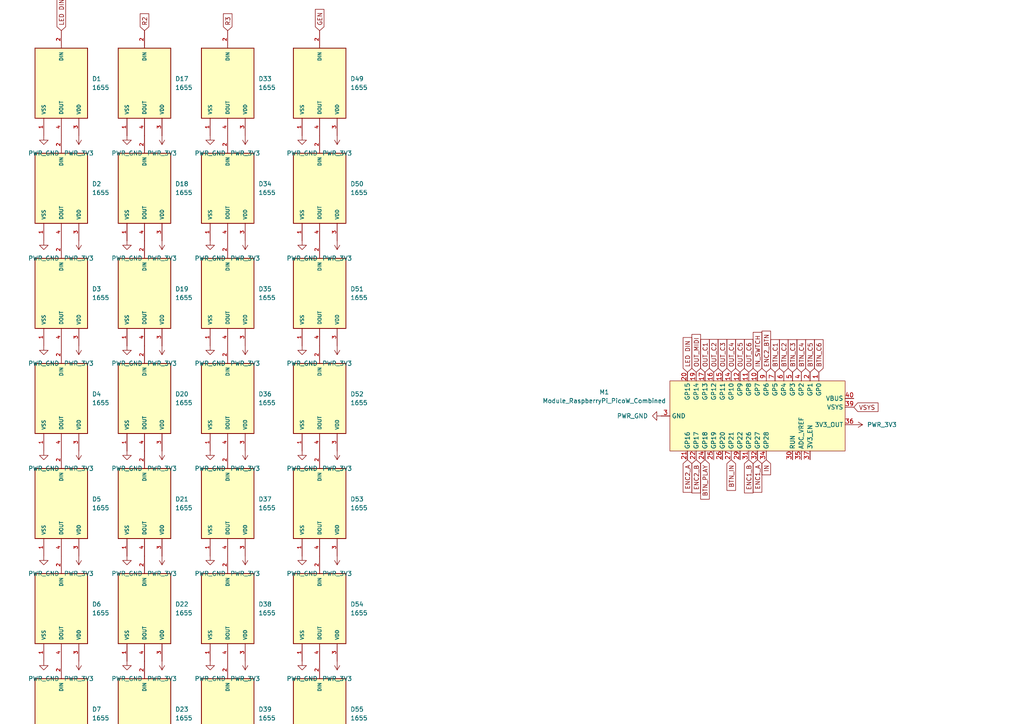
<source format=kicad_sch>
(kicad_sch (version 20230121) (generator eeschema)
  (paper "A4")
  (global_label "OUT_C3" (shape input) (at 209.55 107.95 90) (property "Intersheetrefs" "${INTERSHEET_REFS}" (effects hide)))
  (global_label "LED DIN" (shape input) (at 199.39 107.95 90) (property "Intersheetrefs" "${INTERSHEET_REFS}" (effects hide)))
  (global_label "GEN" (shape input) (at 92.71 8.89 90) (property "Intersheetrefs" "${INTERSHEET_REFS}" (effects hide)))
  (global_label "R3" (shape input) (at 41.91 496.57 270) (property "Intersheetrefs" "${INTERSHEET_REFS}" (effects hide)))
  (global_label "LED DIN" (shape input) (at 17.78 8.89 90) (property "Intersheetrefs" "${INTERSHEET_REFS}" (effects hide)))
  (global_label "OUT_C4" (shape input) (at 212.09 107.95 90) (property "Intersheetrefs" "${INTERSHEET_REFS}" (effects hide)))
  (global_label "BTN_C2" (shape input) (at 227.33 107.95 90) (property "Intersheetrefs" "${INTERSHEET_REFS}" (effects hide)))
  (global_label "IN" (shape input) (at 222.25 133.35 270) (property "Intersheetrefs" "${INTERSHEET_REFS}" (effects hide)))
  (global_label "ENC2_BTN" (shape input) (at 222.25 107.95 90) (property "Intersheetrefs" "${INTERSHEET_REFS}" (effects hide)))
  (global_label "OUT_C5" (shape input) (at 214.63 107.95 90) (property "Intersheetrefs" "${INTERSHEET_REFS}" (effects hide)))
  (global_label "GEN" (shape input) (at 66.04 496.57 270) (property "Intersheetrefs" "${INTERSHEET_REFS}" (effects hide)))
  (global_label "BTN_C1" (shape input) (at 224.79 107.95 90) (property "Intersheetrefs" "${INTERSHEET_REFS}" (effects hide)))
  (global_label "OUT_MIDI" (shape input) (at 201.93 107.95 90) (property "Intersheetrefs" "${INTERSHEET_REFS}" (effects hide)))
  (global_label "OUT_C2" (shape input) (at 207.01 107.95 90) (property "Intersheetrefs" "${INTERSHEET_REFS}" (effects hide)))
  (global_label "R2" (shape input) (at 17.78 496.57 270) (property "Intersheetrefs" "${INTERSHEET_REFS}" (effects hide)))
  (global_label "OUT_C1" (shape input) (at 204.47 107.95 90) (property "Intersheetrefs" "${INTERSHEET_REFS}" (effects hide)))
  (global_label "ENC2_B" (shape input) (at 201.93 133.35 270) (property "Intersheetrefs" "${INTERSHEET_REFS}" (effects hide)))
  (global_label "BTN_C6" (shape input) (at 237.49 107.95 90) (property "Intersheetrefs" "${INTERSHEET_REFS}" (effects hide)))
  (global_label "ENC1_A" (shape input) (at 219.71 133.35 270) (property "Intersheetrefs" "${INTERSHEET_REFS}" (effects hide)))
  (global_label "BTN_PLAY" (shape input) (at 204.47 133.35 270) (property "Intersheetrefs" "${INTERSHEET_REFS}" (effects hide)))
  (global_label "BTN_IN" (shape input) (at 212.09 133.35 270) (property "Intersheetrefs" "${INTERSHEET_REFS}" (effects hide)))
  (global_label "R2" (shape input) (at 41.91 8.89 90) (property "Intersheetrefs" "${INTERSHEET_REFS}" (effects hide)))
  (global_label "ENC1_B" (shape input) (at 217.17 133.35 270) (property "Intersheetrefs" "${INTERSHEET_REFS}" (effects hide)))
  (global_label "BTN_C3" (shape input) (at 229.87 107.95 90) (property "Intersheetrefs" "${INTERSHEET_REFS}" (effects hide)))
  (global_label "VSYS" (shape input) (at 247.65 118.11 0) (property "Intersheetrefs" "${INTERSHEET_REFS}" (effects hide)))
  (global_label "ENC2_A" (shape input) (at 199.39 133.35 270) (property "Intersheetrefs" "${INTERSHEET_REFS}" (effects hide)))
  (global_label "R3" (shape input) (at 66.04 8.89 90) (property "Intersheetrefs" "${INTERSHEET_REFS}" (effects hide)))
  (global_label "BTN_C4" (shape input) (at 232.41 107.95 90) (property "Intersheetrefs" "${INTERSHEET_REFS}" (effects hide)))
  (global_label "BTN_C5" (shape input) (at 234.95 107.95 90) (property "Intersheetrefs" "${INTERSHEET_REFS}" (effects hide)))
  (global_label "OUT_C6" (shape input) (at 217.17 107.95 90) (property "Intersheetrefs" "${INTERSHEET_REFS}" (effects hide)))
  (global_label "IN_SWTCH" (shape input) (at 219.71 107.95 90) (property "Intersheetrefs" "${INTERSHEET_REFS}" (effects hide)))
  (symbol (lib_id "fab:PWR_GND") (at 36.83 100.33 0) (unit 1)
    (property "Reference" "#PWR037" (effects hide))
    (property "Value" "PWR_GND" (at 36.83 105.41 0))
  )
  (symbol (lib_id "1655:1655") (at 17.78 481.33 270) (unit 1)
    (property "Reference" "D16" (at 26.67 480.06 90) (effects (justify left)))
    (property "Value" "1655" (at 26.67 482.6 90) (effects (justify left)))
    (property "Footprint" "1655:LED_1655" (effects hide))
    (property "MF" "Adafruit" (effects hide))
    (property "MAXIMUM_PACKAGE_HEIGHT" "1.6 mm" (effects hide))
    (property "Package" "None" (effects hide))
    (property "Price" "None" (effects hide))
    (property "Check_prices" "https://www.snapeda.com/parts/1655/Adafruit+Industries/view-part/?ref=eda" (effects hide))
    (property "STANDARD" "Manufacturer recommendations" (effects hide))
    (property "PARTREV" "01" (effects hide))
    (property "SnapEDA_Link" "https://www.snapeda.com/parts/1655/Adafruit+Industries/view-part/?ref=snap" (effects hide))
    (property "MP" "1655" (effects hide))
    (property "Description" "\nAddressable Lighting Neopixel 10 LED Discrete Serial (Shift Register) Red, Green, Blue (RGB) 5.00mm L x 5.00mm W\n" (effects hide))
    (property "Availability" "In Stock" (effects hide))
    (property "MANUFACTURER" "Adafruit Industries" (effects hide))
  )
  (symbol (lib_id "fab:PWR_GND") (at 12.7 130.81 0) (unit 1)
    (property "Reference" "#PWR09" (effects hide))
    (property "Value" "PWR_GND" (at 12.7 135.89 0))
  )
  (symbol (lib_id "fab:PWR_3V3") (at 22.86 69.85 180) (unit 1)
    (property "Reference" "#PWR04" (effects hide))
    (property "Value" "PWR_3V3" (at 22.86 74.93 0))
  )
  (symbol (lib_id "fab:PWR_3V3") (at 46.99 100.33 180) (unit 1)
    (property "Reference" "#PWR053" (effects hide))
    (property "Value" "PWR_3V3" (at 46.99 105.41 0))
  )
  (symbol (lib_id "1655:1655") (at 66.04 359.41 270) (unit 1)
    (property "Reference" "D44" (at 74.93 358.14 90) (effects (justify left)))
    (property "Value" "1655" (at 74.93 360.68 90) (effects (justify left)))
    (property "Footprint" "1655:LED_1655" (effects hide))
    (property "MF" "Adafruit" (effects hide))
    (property "MAXIMUM_PACKAGE_HEIGHT" "1.6 mm" (effects hide))
    (property "Package" "None" (effects hide))
    (property "Price" "None" (effects hide))
    (property "Check_prices" "https://www.snapeda.com/parts/1655/Adafruit+Industries/view-part/?ref=eda" (effects hide))
    (property "STANDARD" "Manufacturer recommendations" (effects hide))
    (property "PARTREV" "01" (effects hide))
    (property "SnapEDA_Link" "https://www.snapeda.com/parts/1655/Adafruit+Industries/view-part/?ref=snap" (effects hide))
    (property "MP" "1655" (effects hide))
    (property "Description" "\nAddressable Lighting Neopixel 10 LED Discrete Serial (Shift Register) Red, Green, Blue (RGB) 5.00mm L x 5.00mm W\n" (effects hide))
    (property "Availability" "In Stock" (effects hide))
    (property "MANUFACTURER" "Adafruit Industries" (effects hide))
  )
  (symbol (lib_id "fab:PWR_GND") (at 36.83 69.85 0) (unit 1)
    (property "Reference" "#PWR036" (effects hide))
    (property "Value" "PWR_GND" (at 36.83 74.93 0))
  )
  (symbol (lib_id "fab:PWR_GND") (at 87.63 252.73 0) (unit 1)
    (property "Reference" "#PWR0106" (effects hide))
    (property "Value" "PWR_GND" (at 87.63 257.81 0))
  )
  (symbol (lib_id "1655:1655") (at 41.91 481.33 270) (unit 1)
    (property "Reference" "D32" (at 50.8 480.06 90) (effects (justify left)))
    (property "Value" "1655" (at 50.8 482.6 90) (effects (justify left)))
    (property "Footprint" "1655:LED_1655" (effects hide))
    (property "MF" "Adafruit" (effects hide))
    (property "MAXIMUM_PACKAGE_HEIGHT" "1.6 mm" (effects hide))
    (property "Package" "None" (effects hide))
    (property "Price" "None" (effects hide))
    (property "Check_prices" "https://www.snapeda.com/parts/1655/Adafruit+Industries/view-part/?ref=eda" (effects hide))
    (property "STANDARD" "Manufacturer recommendations" (effects hide))
    (property "PARTREV" "01" (effects hide))
    (property "SnapEDA_Link" "https://www.snapeda.com/parts/1655/Adafruit+Industries/view-part/?ref=snap" (effects hide))
    (property "MP" "1655" (effects hide))
    (property "Description" "\nAddressable Lighting Neopixel 10 LED Discrete Serial (Shift Register) Red, Green, Blue (RGB) 5.00mm L x 5.00mm W\n" (effects hide))
    (property "Availability" "In Stock" (effects hide))
    (property "MANUFACTURER" "Adafruit Industries" (effects hide))
  )
  (symbol (lib_id "fab:PWR_GND") (at 60.96 405.13 0) (unit 1)
    (property "Reference" "#PWR079" (effects hide))
    (property "Value" "PWR_GND" (at 60.96 410.21 0))
  )
  (symbol (lib_id "fab:PWR_3V3") (at 46.99 405.13 180) (unit 1)
    (property "Reference" "#PWR063" (effects hide))
    (property "Value" "PWR_3V3" (at 46.99 410.21 0))
  )
  (symbol (lib_id "1655:1655") (at 41.91 389.89 270) (unit 1)
    (property "Reference" "D29" (at 50.8 388.62 90) (effects (justify left)))
    (property "Value" "1655" (at 50.8 391.16 90) (effects (justify left)))
    (property "Footprint" "1655:LED_1655" (effects hide))
    (property "MF" "Adafruit" (effects hide))
    (property "MAXIMUM_PACKAGE_HEIGHT" "1.6 mm" (effects hide))
    (property "Package" "None" (effects hide))
    (property "Price" "None" (effects hide))
    (property "Check_prices" "https://www.snapeda.com/parts/1655/Adafruit+Industries/view-part/?ref=eda" (effects hide))
    (property "STANDARD" "Manufacturer recommendations" (effects hide))
    (property "PARTREV" "01" (effects hide))
    (property "SnapEDA_Link" "https://www.snapeda.com/parts/1655/Adafruit+Industries/view-part/?ref=snap" (effects hide))
    (property "MP" "1655" (effects hide))
    (property "Description" "\nAddressable Lighting Neopixel 10 LED Discrete Serial (Shift Register) Red, Green, Blue (RGB) 5.00mm L x 5.00mm W\n" (effects hide))
    (property "Availability" "In Stock" (effects hide))
    (property "MANUFACTURER" "Adafruit Industries" (effects hide))
  )
  (symbol (lib_id "fab:PWR_GND") (at 87.63 191.77 0) (unit 1)
    (property "Reference" "#PWR0104" (effects hide))
    (property "Value" "PWR_GND" (at 87.63 196.85 0))
  )
  (symbol (lib_id "fab:PWR_GND") (at 36.83 252.73 0) (unit 1)
    (property "Reference" "#PWR042" (effects hide))
    (property "Value" "PWR_GND" (at 36.83 257.81 0))
  )
  (symbol (lib_id "1655:1655") (at 66.04 85.09 270) (unit 1)
    (property "Reference" "D35" (at 74.93 83.82 90) (effects (justify left)))
    (property "Value" "1655" (at 74.93 86.36 90) (effects (justify left)))
    (property "Footprint" "1655:LED_1655" (effects hide))
    (property "MF" "Adafruit" (effects hide))
    (property "MAXIMUM_PACKAGE_HEIGHT" "1.6 mm" (effects hide))
    (property "Package" "None" (effects hide))
    (property "Price" "None" (effects hide))
    (property "Check_prices" "https://www.snapeda.com/parts/1655/Adafruit+Industries/view-part/?ref=eda" (effects hide))
    (property "STANDARD" "Manufacturer recommendations" (effects hide))
    (property "PARTREV" "01" (effects hide))
    (property "SnapEDA_Link" "https://www.snapeda.com/parts/1655/Adafruit+Industries/view-part/?ref=snap" (effects hide))
    (property "MP" "1655" (effects hide))
    (property "Description" "\nAddressable Lighting Neopixel 10 LED Discrete Serial (Shift Register) Red, Green, Blue (RGB) 5.00mm L x 5.00mm W\n" (effects hide))
    (property "Availability" "In Stock" (effects hide))
    (property "MANUFACTURER" "Adafruit Industries" (effects hide))
  )
  (symbol (lib_id "1655:1655") (at 92.71 146.05 270) (unit 1)
    (property "Reference" "D53" (at 101.6 144.78 90) (effects (justify left)))
    (property "Value" "1655" (at 101.6 147.32 90) (effects (justify left)))
    (property "Footprint" "1655:LED_1655" (effects hide))
    (property "MF" "Adafruit" (effects hide))
    (property "MAXIMUM_PACKAGE_HEIGHT" "1.6 mm" (effects hide))
    (property "Package" "None" (effects hide))
    (property "Price" "None" (effects hide))
    (property "Check_prices" "https://www.snapeda.com/parts/1655/Adafruit+Industries/view-part/?ref=eda" (effects hide))
    (property "STANDARD" "Manufacturer recommendations" (effects hide))
    (property "PARTREV" "01" (effects hide))
    (property "SnapEDA_Link" "https://www.snapeda.com/parts/1655/Adafruit+Industries/view-part/?ref=snap" (effects hide))
    (property "MP" "1655" (effects hide))
    (property "Description" "\nAddressable Lighting Neopixel 10 LED Discrete Serial (Shift Register) Red, Green, Blue (RGB) 5.00mm L x 5.00mm W\n" (effects hide))
    (property "Availability" "In Stock" (effects hide))
    (property "MANUFACTURER" "Adafruit Industries" (effects hide))
  )
  (symbol (lib_id "1655:1655") (at 66.04 207.01 270) (unit 1)
    (property "Reference" "D39" (at 74.93 205.74 90) (effects (justify left)))
    (property "Value" "1655" (at 74.93 208.28 90) (effects (justify left)))
    (property "Footprint" "1655:LED_1655" (effects hide))
    (property "MF" "Adafruit" (effects hide))
    (property "MAXIMUM_PACKAGE_HEIGHT" "1.6 mm" (effects hide))
    (property "Package" "None" (effects hide))
    (property "Price" "None" (effects hide))
    (property "Check_prices" "https://www.snapeda.com/parts/1655/Adafruit+Industries/view-part/?ref=eda" (effects hide))
    (property "STANDARD" "Manufacturer recommendations" (effects hide))
    (property "PARTREV" "01" (effects hide))
    (property "SnapEDA_Link" "https://www.snapeda.com/parts/1655/Adafruit+Industries/view-part/?ref=snap" (effects hide))
    (property "MP" "1655" (effects hide))
    (property "Description" "\nAddressable Lighting Neopixel 10 LED Discrete Serial (Shift Register) Red, Green, Blue (RGB) 5.00mm L x 5.00mm W\n" (effects hide))
    (property "Availability" "In Stock" (effects hide))
    (property "MANUFACTURER" "Adafruit Industries" (effects hide))
  )
  (symbol (lib_id "fab:PWR_3V3") (at 71.12 374.65 180) (unit 1)
    (property "Reference" "#PWR094" (effects hide))
    (property "Value" "PWR_3V3" (at 71.12 379.73 0))
  )
  (symbol (lib_id "1655:1655") (at 17.78 450.85 270) (unit 1)
    (property "Reference" "D15" (at 26.67 449.58 90) (effects (justify left)))
    (property "Value" "1655" (at 26.67 452.12 90) (effects (justify left)))
    (property "Footprint" "1655:LED_1655" (effects hide))
    (property "MF" "Adafruit" (effects hide))
    (property "MAXIMUM_PACKAGE_HEIGHT" "1.6 mm" (effects hide))
    (property "Package" "None" (effects hide))
    (property "Price" "None" (effects hide))
    (property "Check_prices" "https://www.snapeda.com/parts/1655/Adafruit+Industries/view-part/?ref=eda" (effects hide))
    (property "STANDARD" "Manufacturer recommendations" (effects hide))
    (property "PARTREV" "01" (effects hide))
    (property "SnapEDA_Link" "https://www.snapeda.com/parts/1655/Adafruit+Industries/view-part/?ref=snap" (effects hide))
    (property "MP" "1655" (effects hide))
    (property "Description" "\nAddressable Lighting Neopixel 10 LED Discrete Serial (Shift Register) Red, Green, Blue (RGB) 5.00mm L x 5.00mm W\n" (effects hide))
    (property "Availability" "In Stock" (effects hide))
    (property "MANUFACTURER" "Adafruit Industries" (effects hide))
  )
  (symbol (lib_id "fab:PWR_3V3") (at 46.99 252.73 180) (unit 1)
    (property "Reference" "#PWR058" (effects hide))
    (property "Value" "PWR_3V3" (at 46.99 257.81 0))
  )
  (symbol (lib_id "1655:1655") (at 41.91 359.41 270) (unit 1)
    (property "Reference" "D28" (at 50.8 358.14 90) (effects (justify left)))
    (property "Value" "1655" (at 50.8 360.68 90) (effects (justify left)))
    (property "Footprint" "1655:LED_1655" (effects hide))
    (property "MF" "Adafruit" (effects hide))
    (property "MAXIMUM_PACKAGE_HEIGHT" "1.6 mm" (effects hide))
    (property "Package" "None" (effects hide))
    (property "Price" "None" (effects hide))
    (property "Check_prices" "https://www.snapeda.com/parts/1655/Adafruit+Industries/view-part/?ref=eda" (effects hide))
    (property "STANDARD" "Manufacturer recommendations" (effects hide))
    (property "PARTREV" "01" (effects hide))
    (property "SnapEDA_Link" "https://www.snapeda.com/parts/1655/Adafruit+Industries/view-part/?ref=snap" (effects hide))
    (property "MP" "1655" (effects hide))
    (property "Description" "\nAddressable Lighting Neopixel 10 LED Discrete Serial (Shift Register) Red, Green, Blue (RGB) 5.00mm L x 5.00mm W\n" (effects hide))
    (property "Availability" "In Stock" (effects hide))
    (property "MANUFACTURER" "Adafruit Industries" (effects hide))
  )
  (symbol (lib_id "fab:PWR_3V3") (at 22.86 313.69 180) (unit 1)
    (property "Reference" "#PWR028" (effects hide))
    (property "Value" "PWR_3V3" (at 22.86 318.77 0))
  )
  (symbol (lib_id "1655:1655") (at 41.91 85.09 270) (unit 1)
    (property "Reference" "D19" (at 50.8 83.82 90) (effects (justify left)))
    (property "Value" "1655" (at 50.8 86.36 90) (effects (justify left)))
    (property "Footprint" "1655:LED_1655" (effects hide))
    (property "MF" "Adafruit" (effects hide))
    (property "MAXIMUM_PACKAGE_HEIGHT" "1.6 mm" (effects hide))
    (property "Package" "None" (effects hide))
    (property "Price" "None" (effects hide))
    (property "Check_prices" "https://www.snapeda.com/parts/1655/Adafruit+Industries/view-part/?ref=eda" (effects hide))
    (property "STANDARD" "Manufacturer recommendations" (effects hide))
    (property "PARTREV" "01" (effects hide))
    (property "SnapEDA_Link" "https://www.snapeda.com/parts/1655/Adafruit+Industries/view-part/?ref=snap" (effects hide))
    (property "MP" "1655" (effects hide))
    (property "Description" "\nAddressable Lighting Neopixel 10 LED Discrete Serial (Shift Register) Red, Green, Blue (RGB) 5.00mm L x 5.00mm W\n" (effects hide))
    (property "Availability" "In Stock" (effects hide))
    (property "MANUFACTURER" "Adafruit Industries" (effects hide))
  )
  (symbol (lib_id "fab:PWR_GND") (at 60.96 344.17 0) (unit 1)
    (property "Reference" "#PWR077" (effects hide))
    (property "Value" "PWR_GND" (at 60.96 349.25 0))
  )
  (symbol (lib_id "fab:PWR_GND") (at 191.77 120.65 270) (unit 1)
    (property "Reference" "#PWR05" (effects hide))
    (property "Value" "PWR_GND" (at 187.96 120.65 90) (effects (justify right)))
  )
  (symbol (lib_id "fab:PWR_3V3") (at 46.99 39.37 180) (unit 1)
    (property "Reference" "#PWR051" (effects hide))
    (property "Value" "PWR_3V3" (at 46.99 44.45 0))
  )
  (symbol (lib_id "fab:PWR_3V3") (at 22.86 283.21 180) (unit 1)
    (property "Reference" "#PWR027" (effects hide))
    (property "Value" "PWR_3V3" (at 22.86 288.29 0))
  )
  (symbol (lib_id "fab:PWR_3V3") (at 22.86 374.65 180) (unit 1)
    (property "Reference" "#PWR030" (effects hide))
    (property "Value" "PWR_3V3" (at 22.86 379.73 0))
  )
  (symbol (lib_id "fab:PWR_GND") (at 36.83 344.17 0) (unit 1)
    (property "Reference" "#PWR045" (effects hide))
    (property "Value" "PWR_GND" (at 36.83 349.25 0))
  )
  (symbol (lib_id "fab:PWR_3V3") (at 71.12 435.61 180) (unit 1)
    (property "Reference" "#PWR096" (effects hide))
    (property "Value" "PWR_3V3" (at 71.12 440.69 0))
  )
  (symbol (lib_id "fab:PWR_GND") (at 60.96 191.77 0) (unit 1)
    (property "Reference" "#PWR072" (effects hide))
    (property "Value" "PWR_GND" (at 60.96 196.85 0))
  )
  (symbol (lib_id "fab:PWR_3V3") (at 22.86 191.77 180) (unit 1)
    (property "Reference" "#PWR014" (effects hide))
    (property "Value" "PWR_3V3" (at 22.86 196.85 0))
  )
  (symbol (lib_id "fab:PWR_3V3") (at 71.12 283.21 180) (unit 1)
    (property "Reference" "#PWR091" (effects hide))
    (property "Value" "PWR_3V3" (at 71.12 288.29 0))
  )
  (symbol (lib_id "1655:1655") (at 41.91 328.93 270) (unit 1)
    (property "Reference" "D27" (at 50.8 327.66 90) (effects (justify left)))
    (property "Value" "1655" (at 50.8 330.2 90) (effects (justify left)))
    (property "Footprint" "1655:LED_1655" (effects hide))
    (property "MF" "Adafruit" (effects hide))
    (property "MAXIMUM_PACKAGE_HEIGHT" "1.6 mm" (effects hide))
    (property "Package" "None" (effects hide))
    (property "Price" "None" (effects hide))
    (property "Check_prices" "https://www.snapeda.com/parts/1655/Adafruit+Industries/view-part/?ref=eda" (effects hide))
    (property "STANDARD" "Manufacturer recommendations" (effects hide))
    (property "PARTREV" "01" (effects hide))
    (property "SnapEDA_Link" "https://www.snapeda.com/parts/1655/Adafruit+Industries/view-part/?ref=snap" (effects hide))
    (property "MP" "1655" (effects hide))
    (property "Description" "\nAddressable Lighting Neopixel 10 LED Discrete Serial (Shift Register) Red, Green, Blue (RGB) 5.00mm L x 5.00mm W\n" (effects hide))
    (property "Availability" "In Stock" (effects hide))
    (property "MANUFACTURER" "Adafruit Industries" (effects hide))
  )
  (symbol (lib_id "fab:PWR_3V3") (at 97.79 191.77 180) (unit 1)
    (property "Reference" "#PWR0112" (effects hide))
    (property "Value" "PWR_3V3" (at 97.79 196.85 0))
  )
  (symbol (lib_id "fab:PWR_GND") (at 36.83 435.61 0) (unit 1)
    (property "Reference" "#PWR048" (effects hide))
    (property "Value" "PWR_GND" (at 36.83 440.69 0))
  )
  (symbol (lib_id "1655:1655") (at 41.91 24.13 270) (unit 1)
    (property "Reference" "D17" (at 50.8 22.86 90) (effects (justify left)))
    (property "Value" "1655" (at 50.8 25.4 90) (effects (justify left)))
    (property "Footprint" "1655:LED_1655" (effects hide))
    (property "MF" "Adafruit" (effects hide))
    (property "MAXIMUM_PACKAGE_HEIGHT" "1.6 mm" (effects hide))
    (property "Package" "None" (effects hide))
    (property "Price" "None" (effects hide))
    (property "Check_prices" "https://www.snapeda.com/parts/1655/Adafruit+Industries/view-part/?ref=eda" (effects hide))
    (property "STANDARD" "Manufacturer recommendations" (effects hide))
    (property "PARTREV" "01" (effects hide))
    (property "SnapEDA_Link" "https://www.snapeda.com/parts/1655/Adafruit+Industries/view-part/?ref=snap" (effects hide))
    (property "MP" "1655" (effects hide))
    (property "Description" "\nAddressable Lighting Neopixel 10 LED Discrete Serial (Shift Register) Red, Green, Blue (RGB) 5.00mm L x 5.00mm W\n" (effects hide))
    (property "Availability" "In Stock" (effects hide))
    (property "MANUFACTURER" "Adafruit Industries" (effects hide))
  )
  (symbol (lib_id "1655:1655") (at 17.78 328.93 270) (unit 1)
    (property "Reference" "D11" (at 26.67 327.66 90) (effects (justify left)))
    (property "Value" "1655" (at 26.67 330.2 90) (effects (justify left)))
    (property "Footprint" "1655:LED_1655" (effects hide))
    (property "MF" "Adafruit" (effects hide))
    (property "MAXIMUM_PACKAGE_HEIGHT" "1.6 mm" (effects hide))
    (property "Package" "None" (effects hide))
    (property "Price" "None" (effects hide))
    (property "Check_prices" "https://www.snapeda.com/parts/1655/Adafruit+Industries/view-part/?ref=eda" (effects hide))
    (property "STANDARD" "Manufacturer recommendations" (effects hide))
    (property "PARTREV" "01" (effects hide))
    (property "SnapEDA_Link" "https://www.snapeda.com/parts/1655/Adafruit+Industries/view-part/?ref=snap" (effects hide))
    (property "MP" "1655" (effects hide))
    (property "Description" "\nAddressable Lighting Neopixel 10 LED Discrete Serial (Shift Register) Red, Green, Blue (RGB) 5.00mm L x 5.00mm W\n" (effects hide))
    (property "Availability" "In Stock" (effects hide))
    (property "MANUFACTURER" "Adafruit Industries" (effects hide))
  )
  (symbol (lib_id "fab:PWR_GND") (at 36.83 161.29 0) (unit 1)
    (property "Reference" "#PWR039" (effects hide))
    (property "Value" "PWR_GND" (at 36.83 166.37 0))
  )
  (symbol (lib_id "1655:1655") (at 41.91 115.57 270) (unit 1)
    (property "Reference" "D20" (at 50.8 114.3 90) (effects (justify left)))
    (property "Value" "1655" (at 50.8 116.84 90) (effects (justify left)))
    (property "Footprint" "1655:LED_1655" (effects hide))
    (property "MF" "Adafruit" (effects hide))
    (property "MAXIMUM_PACKAGE_HEIGHT" "1.6 mm" (effects hide))
    (property "Package" "None" (effects hide))
    (property "Price" "None" (effects hide))
    (property "Check_prices" "https://www.snapeda.com/parts/1655/Adafruit+Industries/view-part/?ref=eda" (effects hide))
    (property "STANDARD" "Manufacturer recommendations" (effects hide))
    (property "PARTREV" "01" (effects hide))
    (property "SnapEDA_Link" "https://www.snapeda.com/parts/1655/Adafruit+Industries/view-part/?ref=snap" (effects hide))
    (property "MP" "1655" (effects hide))
    (property "Description" "\nAddressable Lighting Neopixel 10 LED Discrete Serial (Shift Register) Red, Green, Blue (RGB) 5.00mm L x 5.00mm W\n" (effects hide))
    (property "Availability" "In Stock" (effects hide))
    (property "MANUFACTURER" "Adafruit Industries" (effects hide))
  )
  (symbol (lib_id "1655:1655") (at 41.91 207.01 270) (unit 1)
    (property "Reference" "D23" (at 50.8 205.74 90) (effects (justify left)))
    (property "Value" "1655" (at 50.8 208.28 90) (effects (justify left)))
    (property "Footprint" "1655:LED_1655" (effects hide))
    (property "MF" "Adafruit" (effects hide))
    (property "MAXIMUM_PACKAGE_HEIGHT" "1.6 mm" (effects hide))
    (property "Package" "None" (effects hide))
    (property "Price" "None" (effects hide))
    (property "Check_prices" "https://www.snapeda.com/parts/1655/Adafruit+Industries/view-part/?ref=eda" (effects hide))
    (property "STANDARD" "Manufacturer recommendations" (effects hide))
    (property "PARTREV" "01" (effects hide))
    (property "SnapEDA_Link" "https://www.snapeda.com/parts/1655/Adafruit+Industries/view-part/?ref=snap" (effects hide))
    (property "MP" "1655" (effects hide))
    (property "Description" "\nAddressable Lighting Neopixel 10 LED Discrete Serial (Shift Register) Red, Green, Blue (RGB) 5.00mm L x 5.00mm W\n" (effects hide))
    (property "Availability" "In Stock" (effects hide))
    (property "MANUFACTURER" "Adafruit Industries" (effects hide))
  )
  (symbol (lib_id "fab:PWR_GND") (at 60.96 435.61 0) (unit 1)
    (property "Reference" "#PWR080" (effects hide))
    (property "Value" "PWR_GND" (at 60.96 440.69 0))
  )
  (symbol (lib_id "fab:PWR_GND") (at 60.96 130.81 0) (unit 1)
    (property "Reference" "#PWR070" (effects hide))
    (property "Value" "PWR_GND" (at 60.96 135.89 0))
  )
  (symbol (lib_id "1655:1655") (at 17.78 267.97 270) (unit 1)
    (property "Reference" "D9" (at 26.67 266.7 90) (effects (justify left)))
    (property "Value" "1655" (at 26.67 269.24 90) (effects (justify left)))
    (property "Footprint" "1655:LED_1655" (effects hide))
    (property "MF" "Adafruit" (effects hide))
    (property "MAXIMUM_PACKAGE_HEIGHT" "1.6 mm" (effects hide))
    (property "Package" "None" (effects hide))
    (property "Price" "None" (effects hide))
    (property "Check_prices" "https://www.snapeda.com/parts/1655/Adafruit+Industries/view-part/?ref=eda" (effects hide))
    (property "STANDARD" "Manufacturer recommendations" (effects hide))
    (property "PARTREV" "01" (effects hide))
    (property "SnapEDA_Link" "https://www.snapeda.com/parts/1655/Adafruit+Industries/view-part/?ref=snap" (effects hide))
    (property "MP" "1655" (effects hide))
    (property "Description" "\nAddressable Lighting Neopixel 10 LED Discrete Serial (Shift Register) Red, Green, Blue (RGB) 5.00mm L x 5.00mm W\n" (effects hide))
    (property "Availability" "In Stock" (effects hide))
    (property "MANUFACTURER" "Adafruit Industries" (effects hide))
  )
  (symbol (lib_id "fab:PWR_3V3") (at 46.99 374.65 180) (unit 1)
    (property "Reference" "#PWR062" (effects hide))
    (property "Value" "PWR_3V3" (at 46.99 379.73 0))
  )
  (symbol (lib_id "fab:PWR_3V3") (at 46.99 69.85 180) (unit 1)
    (property "Reference" "#PWR052" (effects hide))
    (property "Value" "PWR_3V3" (at 46.99 74.93 0))
  )
  (symbol (lib_id "1655:1655") (at 17.78 237.49 270) (unit 1)
    (property "Reference" "D8" (at 26.67 236.22 90) (effects (justify left)))
    (property "Value" "1655" (at 26.67 238.76 90) (effects (justify left)))
    (property "Footprint" "1655:LED_1655" (effects hide))
    (property "MF" "Adafruit" (effects hide))
    (property "MAXIMUM_PACKAGE_HEIGHT" "1.6 mm" (effects hide))
    (property "Package" "None" (effects hide))
    (property "Price" "None" (effects hide))
    (property "Check_prices" "https://www.snapeda.com/parts/1655/Adafruit+Industries/view-part/?ref=eda" (effects hide))
    (property "STANDARD" "Manufacturer recommendations" (effects hide))
    (property "PARTREV" "01" (effects hide))
    (property "SnapEDA_Link" "https://www.snapeda.com/parts/1655/Adafruit+Industries/view-part/?ref=snap" (effects hide))
    (property "MP" "1655" (effects hide))
    (property "Description" "\nAddressable Lighting Neopixel 10 LED Discrete Serial (Shift Register) Red, Green, Blue (RGB) 5.00mm L x 5.00mm W\n" (effects hide))
    (property "Availability" "In Stock" (effects hide))
    (property "MANUFACTURER" "Adafruit Industries" (effects hide))
  )
  (symbol (lib_id "1655:1655") (at 66.04 298.45 270) (unit 1)
    (property "Reference" "D42" (at 74.93 297.18 90) (effects (justify left)))
    (property "Value" "1655" (at 74.93 299.72 90) (effects (justify left)))
    (property "Footprint" "1655:LED_1655" (effects hide))
    (property "MF" "Adafruit" (effects hide))
    (property "MAXIMUM_PACKAGE_HEIGHT" "1.6 mm" (effects hide))
    (property "Package" "None" (effects hide))
    (property "Price" "None" (effects hide))
    (property "Check_prices" "https://www.snapeda.com/parts/1655/Adafruit+Industries/view-part/?ref=eda" (effects hide))
    (property "STANDARD" "Manufacturer recommendations" (effects hide))
    (property "PARTREV" "01" (effects hide))
    (property "SnapEDA_Link" "https://www.snapeda.com/parts/1655/Adafruit+Industries/view-part/?ref=snap" (effects hide))
    (property "MP" "1655" (effects hide))
    (property "Description" "\nAddressable Lighting Neopixel 10 LED Discrete Serial (Shift Register) Red, Green, Blue (RGB) 5.00mm L x 5.00mm W\n" (effects hide))
    (property "Availability" "In Stock" (effects hide))
    (property "MANUFACTURER" "Adafruit Industries" (effects hide))
  )
  (symbol (lib_id "fab:PWR_3V3") (at 46.99 313.69 180) (unit 1)
    (property "Reference" "#PWR060" (effects hide))
    (property "Value" "PWR_3V3" (at 46.99 318.77 0))
  )
  (symbol (lib_id "fab:PWR_GND") (at 12.7 69.85 0) (unit 1)
    (property "Reference" "#PWR02" (effects hide))
    (property "Value" "PWR_GND" (at 12.7 74.93 0))
  )
  (symbol (lib_id "1655:1655") (at 66.04 176.53 270) (unit 1)
    (property "Reference" "D38" (at 74.93 175.26 90) (effects (justify left)))
    (property "Value" "1655" (at 74.93 177.8 90) (effects (justify left)))
    (property "Footprint" "1655:LED_1655" (effects hide))
    (property "MF" "Adafruit" (effects hide))
    (property "MAXIMUM_PACKAGE_HEIGHT" "1.6 mm" (effects hide))
    (property "Package" "None" (effects hide))
    (property "Price" "None" (effects hide))
    (property "Check_prices" "https://www.snapeda.com/parts/1655/Adafruit+Industries/view-part/?ref=eda" (effects hide))
    (property "STANDARD" "Manufacturer recommendations" (effects hide))
    (property "PARTREV" "01" (effects hide))
    (property "SnapEDA_Link" "https://www.snapeda.com/parts/1655/Adafruit+Industries/view-part/?ref=snap" (effects hide))
    (property "MP" "1655" (effects hide))
    (property "Description" "\nAddressable Lighting Neopixel 10 LED Discrete Serial (Shift Register) Red, Green, Blue (RGB) 5.00mm L x 5.00mm W\n" (effects hide))
    (property "Availability" "In Stock" (effects hide))
    (property "MANUFACTURER" "Adafruit Industries" (effects hide))
  )
  (symbol (lib_id "1655:1655") (at 66.04 237.49 270) (unit 1)
    (property "Reference" "D40" (at 74.93 236.22 90) (effects (justify left)))
    (property "Value" "1655" (at 74.93 238.76 90) (effects (justify left)))
    (property "Footprint" "1655:LED_1655" (effects hide))
    (property "MF" "Adafruit" (effects hide))
    (property "MAXIMUM_PACKAGE_HEIGHT" "1.6 mm" (effects hide))
    (property "Package" "None" (effects hide))
    (property "Price" "None" (effects hide))
    (property "Check_prices" "https://www.snapeda.com/parts/1655/Adafruit+Industries/view-part/?ref=eda" (effects hide))
    (property "STANDARD" "Manufacturer recommendations" (effects hide))
    (property "PARTREV" "01" (effects hide))
    (property "SnapEDA_Link" "https://www.snapeda.com/parts/1655/Adafruit+Industries/view-part/?ref=snap" (effects hide))
    (property "MP" "1655" (effects hide))
    (property "Description" "\nAddressable Lighting Neopixel 10 LED Discrete Serial (Shift Register) Red, Green, Blue (RGB) 5.00mm L x 5.00mm W\n" (effects hide))
    (property "Availability" "In Stock" (effects hide))
    (property "MANUFACTURER" "Adafruit Industries" (effects hide))
  )
  (symbol (lib_id "1655:1655") (at 92.71 176.53 270) (unit 1)
    (property "Reference" "D54" (at 101.6 175.26 90) (effects (justify left)))
    (property "Value" "1655" (at 101.6 177.8 90) (effects (justify left)))
    (property "Footprint" "1655:LED_1655" (effects hide))
    (property "MF" "Adafruit" (effects hide))
    (property "MAXIMUM_PACKAGE_HEIGHT" "1.6 mm" (effects hide))
    (property "Package" "None" (effects hide))
    (property "Price" "None" (effects hide))
    (property "Check_prices" "https://www.snapeda.com/parts/1655/Adafruit+Industries/view-part/?ref=eda" (effects hide))
    (property "STANDARD" "Manufacturer recommendations" (effects hide))
    (property "PARTREV" "01" (effects hide))
    (property "SnapEDA_Link" "https://www.snapeda.com/parts/1655/Adafruit+Industries/view-part/?ref=snap" (effects hide))
    (property "MP" "1655" (effects hide))
    (property "Description" "\nAddressable Lighting Neopixel 10 LED Discrete Serial (Shift Register) Red, Green, Blue (RGB) 5.00mm L x 5.00mm W\n" (effects hide))
    (property "Availability" "In Stock" (effects hide))
    (property "MANUFACTURER" "Adafruit Industries" (effects hide))
  )
  (symbol (lib_id "fab:PWR_3V3") (at 22.86 344.17 180) (unit 1)
    (property "Reference" "#PWR029" (effects hide))
    (property "Value" "PWR_3V3" (at 22.86 349.25 0))
  )
  (symbol (lib_id "fab:PWR_GND") (at 87.63 100.33 0) (unit 1)
    (property "Reference" "#PWR0101" (effects hide))
    (property "Value" "PWR_GND" (at 87.63 105.41 0))
  )
  (symbol (lib_id "fab:PWR_3V3") (at 22.86 39.37 180) (unit 1)
    (property "Reference" "#PWR03" (effects hide))
    (property "Value" "PWR_3V3" (at 22.86 44.45 0))
  )
  (symbol (lib_id "fab:PWR_3V3") (at 46.99 222.25 180) (unit 1)
    (property "Reference" "#PWR057" (effects hide))
    (property "Value" "PWR_3V3" (at 46.99 227.33 0))
  )
  (symbol (lib_id "1655:1655") (at 41.91 267.97 270) (unit 1)
    (property "Reference" "D25" (at 50.8 266.7 90) (effects (justify left)))
    (property "Value" "1655" (at 50.8 269.24 90) (effects (justify left)))
    (property "Footprint" "1655:LED_1655" (effects hide))
    (property "MF" "Adafruit" (effects hide))
    (property "MAXIMUM_PACKAGE_HEIGHT" "1.6 mm" (effects hide))
    (property "Package" "None" (effects hide))
    (property "Price" "None" (effects hide))
    (property "Check_prices" "https://www.snapeda.com/parts/1655/Adafruit+Industries/view-part/?ref=eda" (effects hide))
    (property "STANDARD" "Manufacturer recommendations" (effects hide))
    (property "PARTREV" "01" (effects hide))
    (property "SnapEDA_Link" "https://www.snapeda.com/parts/1655/Adafruit+Industries/view-part/?ref=snap" (effects hide))
    (property "MP" "1655" (effects hide))
    (property "Description" "\nAddressable Lighting Neopixel 10 LED Discrete Serial (Shift Register) Red, Green, Blue (RGB) 5.00mm L x 5.00mm W\n" (effects hide))
    (property "Availability" "In Stock" (effects hide))
    (property "MANUFACTURER" "Adafruit Industries" (effects hide))
  )
  (symbol (lib_id "1655:1655") (at 17.78 176.53 270) (unit 1)
    (property "Reference" "D6" (at 26.67 175.26 90) (effects (justify left)))
    (property "Value" "1655" (at 26.67 177.8 90) (effects (justify left)))
    (property "Footprint" "1655:LED_1655" (effects hide))
    (property "MF" "Adafruit" (effects hide))
    (property "MAXIMUM_PACKAGE_HEIGHT" "1.6 mm" (effects hide))
    (property "Package" "None" (effects hide))
    (property "Price" "None" (effects hide))
    (property "Check_prices" "https://www.snapeda.com/parts/1655/Adafruit+Industries/view-part/?ref=eda" (effects hide))
    (property "STANDARD" "Manufacturer recommendations" (effects hide))
    (property "PARTREV" "01" (effects hide))
    (property "SnapEDA_Link" "https://www.snapeda.com/parts/1655/Adafruit+Industries/view-part/?ref=snap" (effects hide))
    (property "MP" "1655" (effects hide))
    (property "Description" "\nAddressable Lighting Neopixel 10 LED Discrete Serial (Shift Register) Red, Green, Blue (RGB) 5.00mm L x 5.00mm W\n" (effects hide))
    (property "Availability" "In Stock" (effects hide))
    (property "MANUFACTURER" "Adafruit Industries" (effects hide))
  )
  (symbol (lib_id "fab:PWR_GND") (at 87.63 69.85 0) (unit 1)
    (property "Reference" "#PWR0100" (effects hide))
    (property "Value" "PWR_GND" (at 87.63 74.93 0))
  )
  (symbol (lib_id "fab:PWR_GND") (at 12.7 313.69 0) (unit 1)
    (property "Reference" "#PWR020" (effects hide))
    (property "Value" "PWR_GND" (at 12.7 318.77 0))
  )
  (symbol (lib_id "1655:1655") (at 66.04 24.13 270) (unit 1)
    (property "Reference" "D33" (at 74.93 22.86 90) (effects (justify left)))
    (property "Value" "1655" (at 74.93 25.4 90) (effects (justify left)))
    (property "Footprint" "1655:LED_1655" (effects hide))
    (property "MF" "Adafruit" (effects hide))
    (property "MAXIMUM_PACKAGE_HEIGHT" "1.6 mm" (effects hide))
    (property "Package" "None" (effects hide))
    (property "Price" "None" (effects hide))
    (property "Check_prices" "https://www.snapeda.com/parts/1655/Adafruit+Industries/view-part/?ref=eda" (effects hide))
    (property "STANDARD" "Manufacturer recommendations" (effects hide))
    (property "PARTREV" "01" (effects hide))
    (property "SnapEDA_Link" "https://www.snapeda.com/parts/1655/Adafruit+Industries/view-part/?ref=snap" (effects hide))
    (property "MP" "1655" (effects hide))
    (property "Description" "\nAddressable Lighting Neopixel 10 LED Discrete Serial (Shift Register) Red, Green, Blue (RGB) 5.00mm L x 5.00mm W\n" (effects hide))
    (property "Availability" "In Stock" (effects hide))
    (property "MANUFACTURER" "Adafruit Industries" (effects hide))
  )
  (symbol (lib_id "1655:1655") (at 41.91 54.61 270) (unit 1)
    (property "Reference" "D18" (at 50.8 53.34 90) (effects (justify left)))
    (property "Value" "1655" (at 50.8 55.88 90) (effects (justify left)))
    (property "Footprint" "1655:LED_1655" (effects hide))
    (property "MF" "Adafruit" (effects hide))
    (property "MAXIMUM_PACKAGE_HEIGHT" "1.6 mm" (effects hide))
    (property "Package" "None" (effects hide))
    (property "Price" "None" (effects hide))
    (property "Check_prices" "https://www.snapeda.com/parts/1655/Adafruit+Industries/view-part/?ref=eda" (effects hide))
    (property "STANDARD" "Manufacturer recommendations" (effects hide))
    (property "PARTREV" "01" (effects hide))
    (property "SnapEDA_Link" "https://www.snapeda.com/parts/1655/Adafruit+Industries/view-part/?ref=snap" (effects hide))
    (property "MP" "1655" (effects hide))
    (property "Description" "\nAddressable Lighting Neopixel 10 LED Discrete Serial (Shift Register) Red, Green, Blue (RGB) 5.00mm L x 5.00mm W\n" (effects hide))
    (property "Availability" "In Stock" (effects hide))
    (property "MANUFACTURER" "Adafruit Industries" (effects hide))
  )
  (symbol (lib_id "fab:PWR_GND") (at 12.7 405.13 0) (unit 1)
    (property "Reference" "#PWR023" (effects hide))
    (property "Value" "PWR_GND" (at 12.7 410.21 0))
  )
  (symbol (lib_id "fab:PWR_3V3") (at 97.79 69.85 180) (unit 1)
    (property "Reference" "#PWR0108" (effects hide))
    (property "Value" "PWR_3V3" (at 97.79 74.93 0))
  )
  (symbol (lib_id "fab:PWR_3V3") (at 71.12 222.25 180) (unit 1)
    (property "Reference" "#PWR089" (effects hide))
    (property "Value" "PWR_3V3" (at 71.12 227.33 0))
  )
  (symbol (lib_id "1655:1655") (at 41.91 237.49 270) (unit 1)
    (property "Reference" "D24" (at 50.8 236.22 90) (effects (justify left)))
    (property "Value" "1655" (at 50.8 238.76 90) (effects (justify left)))
    (property "Footprint" "1655:LED_1655" (effects hide))
    (property "MF" "Adafruit" (effects hide))
    (property "MAXIMUM_PACKAGE_HEIGHT" "1.6 mm" (effects hide))
    (property "Package" "None" (effects hide))
    (property "Price" "None" (effects hide))
    (property "Check_prices" "https://www.snapeda.com/parts/1655/Adafruit+Industries/view-part/?ref=eda" (effects hide))
    (property "STANDARD" "Manufacturer recommendations" (effects hide))
    (property "PARTREV" "01" (effects hide))
    (property "SnapEDA_Link" "https://www.snapeda.com/parts/1655/Adafruit+Industries/view-part/?ref=snap" (effects hide))
    (property "MP" "1655" (effects hide))
    (property "Description" "\nAddressable Lighting Neopixel 10 LED Discrete Serial (Shift Register) Red, Green, Blue (RGB) 5.00mm L x 5.00mm W\n" (effects hide))
    (property "Availability" "In Stock" (effects hide))
    (property "MANUFACTURER" "Adafruit Industries" (effects hide))
  )
  (symbol (lib_id "1655:1655") (at 66.04 146.05 270) (unit 1)
    (property "Reference" "D37" (at 74.93 144.78 90) (effects (justify left)))
    (property "Value" "1655" (at 74.93 147.32 90) (effects (justify left)))
    (property "Footprint" "1655:LED_1655" (effects hide))
    (property "MF" "Adafruit" (effects hide))
    (property "MAXIMUM_PACKAGE_HEIGHT" "1.6 mm" (effects hide))
    (property "Package" "None" (effects hide))
    (property "Price" "None" (effects hide))
    (property "Check_prices" "https://www.snapeda.com/parts/1655/Adafruit+Industries/view-part/?ref=eda" (effects hide))
    (property "STANDARD" "Manufacturer recommendations" (effects hide))
    (property "PARTREV" "01" (effects hide))
    (property "SnapEDA_Link" "https://www.snapeda.com/parts/1655/Adafruit+Industries/view-part/?ref=snap" (effects hide))
    (property "MP" "1655" (effects hide))
    (property "Description" "\nAddressable Lighting Neopixel 10 LED Discrete Serial (Shift Register) Red, Green, Blue (RGB) 5.00mm L x 5.00mm W\n" (effects hide))
    (property "Availability" "In Stock" (effects hide))
    (property "MANUFACTURER" "Adafruit Industries" (effects hide))
  )
  (symbol (lib_id "fab:PWR_GND") (at 60.96 161.29 0) (unit 1)
    (property "Reference" "#PWR071" (effects hide))
    (property "Value" "PWR_GND" (at 60.96 166.37 0))
  )
  (symbol (lib_id "fab:PWR_3V3") (at 22.86 466.09 180) (unit 1)
    (property "Reference" "#PWR033" (effects hide))
    (property "Value" "PWR_3V3" (at 22.86 471.17 0))
  )
  (symbol (lib_id "1655:1655") (at 17.78 24.13 270) (unit 1)
    (property "Reference" "D1" (at 26.67 22.86 90) (effects (justify left)))
    (property "Value" "1655" (at 26.67 25.4 90) (effects (justify left)))
    (property "Footprint" "1655:LED_1655" (effects hide))
    (property "MF" "Adafruit" (effects hide))
    (property "MAXIMUM_PACKAGE_HEIGHT" "1.6 mm" (effects hide))
    (property "Package" "None" (effects hide))
    (property "Price" "None" (effects hide))
    (property "Check_prices" "https://www.snapeda.com/parts/1655/Adafruit+Industries/view-part/?ref=eda" (effects hide))
    (property "STANDARD" "Manufacturer recommendations" (effects hide))
    (property "PARTREV" "01" (effects hide))
    (property "SnapEDA_Link" "https://www.snapeda.com/parts/1655/Adafruit+Industries/view-part/?ref=snap" (effects hide))
    (property "MP" "1655" (effects hide))
    (property "Description" "\nAddressable Lighting Neopixel 10 LED Discrete Serial (Shift Register) Red, Green, Blue (RGB) 5.00mm L x 5.00mm W\n" (effects hide))
    (property "Availability" "In Stock" (effects hide))
    (property "MANUFACTURER" "Adafruit Industries" (effects hide))
  )
  (symbol (lib_id "1655:1655") (at 17.78 115.57 270) (unit 1)
    (property "Reference" "D4" (at 26.67 114.3 90) (effects (justify left)))
    (property "Value" "1655" (at 26.67 116.84 90) (effects (justify left)))
    (property "Footprint" "1655:LED_1655" (effects hide))
    (property "MF" "Adafruit" (effects hide))
    (property "MAXIMUM_PACKAGE_HEIGHT" "1.6 mm" (effects hide))
    (property "Package" "None" (effects hide))
    (property "Price" "None" (effects hide))
    (property "Check_prices" "https://www.snapeda.com/parts/1655/Adafruit+Industries/view-part/?ref=eda" (effects hide))
    (property "STANDARD" "Manufacturer recommendations" (effects hide))
    (property "PARTREV" "01" (effects hide))
    (property "SnapEDA_Link" "https://www.snapeda.com/parts/1655/Adafruit+Industries/view-part/?ref=snap" (effects hide))
    (property "MP" "1655" (effects hide))
    (property "Description" "\nAddressable Lighting Neopixel 10 LED Discrete Serial (Shift Register) Red, Green, Blue (RGB) 5.00mm L x 5.00mm W\n" (effects hide))
    (property "Availability" "In Stock" (effects hide))
    (property "MANUFACTURER" "Adafruit Industries" (effects hide))
  )
  (symbol (lib_id "1655:1655") (at 17.78 298.45 270) (unit 1)
    (property "Reference" "D10" (at 26.67 297.18 90) (effects (justify left)))
    (property "Value" "1655" (at 26.67 299.72 90) (effects (justify left)))
    (property "Footprint" "1655:LED_1655" (effects hide))
    (property "MF" "Adafruit" (effects hide))
    (property "MAXIMUM_PACKAGE_HEIGHT" "1.6 mm" (effects hide))
    (property "Package" "None" (effects hide))
    (property "Price" "None" (effects hide))
    (property "Check_prices" "https://www.snapeda.com/parts/1655/Adafruit+Industries/view-part/?ref=eda" (effects hide))
    (property "STANDARD" "Manufacturer recommendations" (effects hide))
    (property "PARTREV" "01" (effects hide))
    (property "SnapEDA_Link" "https://www.snapeda.com/parts/1655/Adafruit+Industries/view-part/?ref=snap" (effects hide))
    (property "MP" "1655" (effects hide))
    (property "Description" "\nAddressable Lighting Neopixel 10 LED Discrete Serial (Shift Register) Red, Green, Blue (RGB) 5.00mm L x 5.00mm W\n" (effects hide))
    (property "Availability" "In Stock" (effects hide))
    (property "MANUFACTURER" "Adafruit Industries" (effects hide))
  )
  (symbol (lib_id "1655:1655") (at 66.04 267.97 270) (unit 1)
    (property "Reference" "D41" (at 74.93 266.7 90) (effects (justify left)))
    (property "Value" "1655" (at 74.93 269.24 90) (effects (justify left)))
    (property "Footprint" "1655:LED_1655" (effects hide))
    (property "MF" "Adafruit" (effects hide))
    (property "MAXIMUM_PACKAGE_HEIGHT" "1.6 mm" (effects hide))
    (property "Package" "None" (effects hide))
    (property "Price" "None" (effects hide))
    (property "Check_prices" "https://www.snapeda.com/parts/1655/Adafruit+Industries/view-part/?ref=eda" (effects hide))
    (property "STANDARD" "Manufacturer recommendations" (effects hide))
    (property "PARTREV" "01" (effects hide))
    (property "SnapEDA_Link" "https://www.snapeda.com/parts/1655/Adafruit+Industries/view-part/?ref=snap" (effects hide))
    (property "MP" "1655" (effects hide))
    (property "Description" "\nAddressable Lighting Neopixel 10 LED Discrete Serial (Shift Register) Red, Green, Blue (RGB) 5.00mm L x 5.00mm W\n" (effects hide))
    (property "Availability" "In Stock" (effects hide))
    (property "MANUFACTURER" "Adafruit Industries" (effects hide))
  )
  (symbol (lib_id "fab:PWR_GND") (at 12.7 344.17 0) (unit 1)
    (property "Reference" "#PWR021" (effects hide))
    (property "Value" "PWR_GND" (at 12.7 349.25 0))
  )
  (symbol (lib_id "fab:PWR_3V3") (at 71.12 313.69 180) (unit 1)
    (property "Reference" "#PWR092" (effects hide))
    (property "Value" "PWR_3V3" (at 71.12 318.77 0))
  )
  (symbol (lib_id "1655:1655") (at 92.71 54.61 270) (unit 1)
    (property "Reference" "D50" (at 101.6 53.34 90) (effects (justify left)))
    (property "Value" "1655" (at 101.6 55.88 90) (effects (justify left)))
    (property "Footprint" "1655:LED_1655" (effects hide))
    (property "MF" "Adafruit" (effects hide))
    (property "MAXIMUM_PACKAGE_HEIGHT" "1.6 mm" (effects hide))
    (property "Package" "None" (effects hide))
    (property "Price" "None" (effects hide))
    (property "Check_prices" "https://www.snapeda.com/parts/1655/Adafruit+Industries/view-part/?ref=eda" (effects hide))
    (property "STANDARD" "Manufacturer recommendations" (effects hide))
    (property "PARTREV" "01" (effects hide))
    (property "SnapEDA_Link" "https://www.snapeda.com/parts/1655/Adafruit+Industries/view-part/?ref=snap" (effects hide))
    (property "MP" "1655" (effects hide))
    (property "Description" "\nAddressable Lighting Neopixel 10 LED Discrete Serial (Shift Register) Red, Green, Blue (RGB) 5.00mm L x 5.00mm W\n" (effects hide))
    (property "Availability" "In Stock" (effects hide))
    (property "MANUFACTURER" "Adafruit Industries" (effects hide))
  )
  (symbol (lib_id "fab:PWR_3V3") (at 97.79 222.25 180) (unit 1)
    (property "Reference" "#PWR0113" (effects hide))
    (property "Value" "PWR_3V3" (at 97.79 227.33 0))
  )
  (symbol (lib_id "fab:Module_RaspberryPi_PicoW_Combined") (at 219.71 120.65 270) (unit 1)
    (property "Reference" "M1" (at 175.26 113.7219 90))
    (property "Value" "Module_RaspberryPi_PicoW_Combined" (at 175.26 116.2619 90))
    (property "Footprint" "fab:RaspberryPi_PicoW_Combined" (effects hide))
    (property "Datasheet" "https://datasheets.raspberrypi.com/picow/pico-w-datasheet.pdf" (effects hide))
  )
  (symbol (lib_id "1655:1655") (at 41.91 298.45 270) (unit 1)
    (property "Reference" "D26" (at 50.8 297.18 90) (effects (justify left)))
    (property "Value" "1655" (at 50.8 299.72 90) (effects (justify left)))
    (property "Footprint" "1655:LED_1655" (effects hide))
    (property "MF" "Adafruit" (effects hide))
    (property "MAXIMUM_PACKAGE_HEIGHT" "1.6 mm" (effects hide))
    (property "Package" "None" (effects hide))
    (property "Price" "None" (effects hide))
    (property "Check_prices" "https://www.snapeda.com/parts/1655/Adafruit+Industries/view-part/?ref=eda" (effects hide))
    (property "STANDARD" "Manufacturer recommendations" (effects hide))
    (property "PARTREV" "01" (effects hide))
    (property "SnapEDA_Link" "https://www.snapeda.com/parts/1655/Adafruit+Industries/view-part/?ref=snap" (effects hide))
    (property "MP" "1655" (effects hide))
    (property "Description" "\nAddressable Lighting Neopixel 10 LED Discrete Serial (Shift Register) Red, Green, Blue (RGB) 5.00mm L x 5.00mm W\n" (effects hide))
    (property "Availability" "In Stock" (effects hide))
    (property "MANUFACTURER" "Adafruit Industries" (effects hide))
  )
  (symbol (lib_id "fab:PWR_3V3") (at 97.79 161.29 180) (unit 1)
    (property "Reference" "#PWR0111" (effects hide))
    (property "Value" "PWR_3V3" (at 97.79 166.37 0))
  )
  (symbol (lib_id "fab:PWR_3V3") (at 97.79 252.73 180) (unit 1)
    (property "Reference" "#PWR0114" (effects hide))
    (property "Value" "PWR_3V3" (at 97.79 257.81 0))
  )
  (symbol (lib_id "1655:1655") (at 66.04 481.33 270) (unit 1)
    (property "Reference" "D48" (at 74.93 480.06 90) (effects (justify left)))
    (property "Value" "1655" (at 74.93 482.6 90) (effects (justify left)))
    (property "Footprint" "1655:LED_1655" (effects hide))
    (property "MF" "Adafruit" (effects hide))
    (property "MAXIMUM_PACKAGE_HEIGHT" "1.6 mm" (effects hide))
    (property "Package" "None" (effects hide))
    (property "Price" "None" (effects hide))
    (property "Check_prices" "https://www.snapeda.com/parts/1655/Adafruit+Industries/view-part/?ref=eda" (effects hide))
    (property "STANDARD" "Manufacturer recommendations" (effects hide))
    (property "PARTREV" "01" (effects hide))
    (property "SnapEDA_Link" "https://www.snapeda.com/parts/1655/Adafruit+Industries/view-part/?ref=snap" (effects hide))
    (property "MP" "1655" (effects hide))
    (property "Description" "\nAddressable Lighting Neopixel 10 LED Discrete Serial (Shift Register) Red, Green, Blue (RGB) 5.00mm L x 5.00mm W\n" (effects hide))
    (property "Availability" "In Stock" (effects hide))
    (property "MANUFACTURER" "Adafruit Industries" (effects hide))
  )
  (symbol (lib_id "fab:PWR_GND") (at 60.96 39.37 0) (unit 1)
    (property "Reference" "#PWR067" (effects hide))
    (property "Value" "PWR_GND" (at 60.96 44.45 0))
  )
  (symbol (lib_id "fab:PWR_GND") (at 12.7 374.65 0) (unit 1)
    (property "Reference" "#PWR022" (effects hide))
    (property "Value" "PWR_GND" (at 12.7 379.73 0))
  )
  (symbol (lib_id "fab:PWR_GND") (at 12.7 496.57 0) (unit 1)
    (property "Reference" "#PWR026" (effects hide))
    (property "Value" "PWR_GND" (at 12.7 501.65 0))
  )
  (symbol (lib_id "fab:PWR_GND") (at 60.96 374.65 0) (unit 1)
    (property "Reference" "#PWR078" (effects hide))
    (property "Value" "PWR_GND" (at 60.96 379.73 0))
  )
  (symbol (lib_id "fab:PWR_GND") (at 12.7 435.61 0) (unit 1)
    (property "Reference" "#PWR024" (effects hide))
    (property "Value" "PWR_GND" (at 12.7 440.69 0))
  )
  (symbol (lib_id "fab:PWR_3V3") (at 22.86 496.57 180) (unit 1)
    (property "Reference" "#PWR034" (effects hide))
    (property "Value" "PWR_3V3" (at 22.86 501.65 0))
  )
  (symbol (lib_id "fab:PWR_GND") (at 36.83 130.81 0) (unit 1)
    (property "Reference" "#PWR038" (effects hide))
    (property "Value" "PWR_GND" (at 36.83 135.89 0))
  )
  (symbol (lib_id "fab:PWR_3V3") (at 71.12 252.73 180) (unit 1)
    (property "Reference" "#PWR090" (effects hide))
    (property "Value" "PWR_3V3" (at 71.12 257.81 0))
  )
  (symbol (lib_id "fab:PWR_GND") (at 87.63 130.81 0) (unit 1)
    (property "Reference" "#PWR0102" (effects hide))
    (property "Value" "PWR_GND" (at 87.63 135.89 0))
  )
  (symbol (lib_id "1655:1655") (at 17.78 85.09 270) (unit 1)
    (property "Reference" "D3" (at 26.67 83.82 90) (effects (justify left)))
    (property "Value" "1655" (at 26.67 86.36 90) (effects (justify left)))
    (property "Footprint" "1655:LED_1655" (effects hide))
    (property "MF" "Adafruit" (effects hide))
    (property "MAXIMUM_PACKAGE_HEIGHT" "1.6 mm" (effects hide))
    (property "Package" "None" (effects hide))
    (property "Price" "None" (effects hide))
    (property "Check_prices" "https://www.snapeda.com/parts/1655/Adafruit+Industries/view-part/?ref=eda" (effects hide))
    (property "STANDARD" "Manufacturer recommendations" (effects hide))
    (property "PARTREV" "01" (effects hide))
    (property "SnapEDA_Link" "https://www.snapeda.com/parts/1655/Adafruit+Industries/view-part/?ref=snap" (effects hide))
    (property "MP" "1655" (effects hide))
    (property "Description" "\nAddressable Lighting Neopixel 10 LED Discrete Serial (Shift Register) Red, Green, Blue (RGB) 5.00mm L x 5.00mm W\n" (effects hide))
    (property "Availability" "In Stock" (effects hide))
    (property "MANUFACTURER" "Adafruit Industries" (effects hide))
  )
  (symbol (lib_id "fab:PWR_3V3") (at 71.12 466.09 180) (unit 1)
    (property "Reference" "#PWR097" (effects hide))
    (property "Value" "PWR_3V3" (at 71.12 471.17 0))
  )
  (symbol (lib_id "fab:PWR_GND") (at 12.7 39.37 0) (unit 1)
    (property "Reference" "#PWR01" (effects hide))
    (property "Value" "PWR_GND" (at 12.7 44.45 0))
  )
  (symbol (lib_id "fab:PWR_GND") (at 60.96 69.85 0) (unit 1)
    (property "Reference" "#PWR068" (effects hide))
    (property "Value" "PWR_GND" (at 60.96 74.93 0))
  )
  (symbol (lib_id "1655:1655") (at 66.04 420.37 270) (unit 1)
    (property "Reference" "D46" (at 74.93 419.1 90) (effects (justify left)))
    (property "Value" "1655" (at 74.93 421.64 90) (effects (justify left)))
    (property "Footprint" "1655:LED_1655" (effects hide))
    (property "MF" "Adafruit" (effects hide))
    (property "MAXIMUM_PACKAGE_HEIGHT" "1.6 mm" (effects hide))
    (property "Package" "None" (effects hide))
    (property "Price" "None" (effects hide))
    (property "Check_prices" "https://www.snapeda.com/parts/1655/Adafruit+Industries/view-part/?ref=eda" (effects hide))
    (property "STANDARD" "Manufacturer recommendations" (effects hide))
    (property "PARTREV" "01" (effects hide))
    (property "SnapEDA_Link" "https://www.snapeda.com/parts/1655/Adafruit+Industries/view-part/?ref=snap" (effects hide))
    (property "MP" "1655" (effects hide))
    (property "Description" "\nAddressable Lighting Neopixel 10 LED Discrete Serial (Shift Register) Red, Green, Blue (RGB) 5.00mm L x 5.00mm W\n" (effects hide))
    (property "Availability" "In Stock" (effects hide))
    (property "MANUFACTURER" "Adafruit Industries" (effects hide))
  )
  (symbol (lib_id "fab:PWR_3V3") (at 71.12 496.57 180) (unit 1)
    (property "Reference" "#PWR098" (effects hide))
    (property "Value" "PWR_3V3" (at 71.12 501.65 0))
  )
  (symbol (lib_id "1655:1655") (at 66.04 450.85 270) (unit 1)
    (property "Reference" "D47" (at 74.93 449.58 90) (effects (justify left)))
    (property "Value" "1655" (at 74.93 452.12 90) (effects (justify left)))
    (property "Footprint" "1655:LED_1655" (effects hide))
    (property "MF" "Adafruit" (effects hide))
    (property "MAXIMUM_PACKAGE_HEIGHT" "1.6 mm" (effects hide))
    (property "Package" "None" (effects hide))
    (property "Price" "None" (effects hide))
    (property "Check_prices" "https://www.snapeda.com/parts/1655/Adafruit+Industries/view-part/?ref=eda" (effects hide))
    (property "STANDARD" "Manufacturer recommendations" (effects hide))
    (property "PARTREV" "01" (effects hide))
    (property "SnapEDA_Link" "https://www.snapeda.com/parts/1655/Adafruit+Industries/view-part/?ref=snap" (effects hide))
    (property "MP" "1655" (effects hide))
    (property "Description" "\nAddressable Lighting Neopixel 10 LED Discrete Serial (Shift Register) Red, Green, Blue (RGB) 5.00mm L x 5.00mm W\n" (effects hide))
    (property "Availability" "In Stock" (effects hide))
    (property "MANUFACTURER" "Adafruit Industries" (effects hide))
  )
  (symbol (lib_id "1655:1655") (at 17.78 54.61 270) (unit 1)
    (property "Reference" "D2" (at 26.67 53.34 90) (effects (justify left)))
    (property "Value" "1655" (at 26.67 55.88 90) (effects (justify left)))
    (property "Footprint" "1655:LED_1655" (effects hide))
    (property "MF" "Adafruit" (effects hide))
    (property "MAXIMUM_PACKAGE_HEIGHT" "1.6 mm" (effects hide))
    (property "Package" "None" (effects hide))
    (property "Price" "None" (effects hide))
    (property "Check_prices" "https://www.snapeda.com/parts/1655/Adafruit+Industries/view-part/?ref=eda" (effects hide))
    (property "STANDARD" "Manufacturer recommendations" (effects hide))
    (property "PARTREV" "01" (effects hide))
    (property "SnapEDA_Link" "https://www.snapeda.com/parts/1655/Adafruit+Industries/view-part/?ref=snap" (effects hide))
    (property "MP" "1655" (effects hide))
    (property "Description" "\nAddressable Lighting Neopixel 10 LED Discrete Serial (Shift Register) Red, Green, Blue (RGB) 5.00mm L x 5.00mm W\n" (effects hide))
    (property "Availability" "In Stock" (effects hide))
    (property "MANUFACTURER" "Adafruit Industries" (effects hide))
  )
  (symbol (lib_id "fab:PWR_3V3") (at 46.99 496.57 180) (unit 1)
    (property "Reference" "#PWR066" (effects hide))
    (property "Value" "PWR_3V3" (at 46.99 501.65 0))
  )
  (symbol (lib_id "fab:PWR_3V3") (at 97.79 130.81 180) (unit 1)
    (property "Reference" "#PWR0110" (effects hide))
    (property "Value" "PWR_3V3" (at 97.79 135.89 0))
  )
  (symbol (lib_id "fab:PWR_3V3") (at 71.12 69.85 180) (unit 1)
    (property "Reference" "#PWR084" (effects hide))
    (property "Value" "PWR_3V3" (at 71.12 74.93 0))
  )
  (symbol (lib_id "fab:PWR_GND") (at 87.63 222.25 0) (unit 1)
    (property "Reference" "#PWR0105" (effects hide))
    (property "Value" "PWR_GND" (at 87.63 227.33 0))
  )
  (symbol (lib_id "1655:1655") (at 41.91 450.85 270) (unit 1)
    (property "Reference" "D31" (at 50.8 449.58 90) (effects (justify left)))
    (property "Value" "1655" (at 50.8 452.12 90) (effects (justify left)))
    (property "Footprint" "1655:LED_1655" (effects hide))
    (property "MF" "Adafruit" (effects hide))
    (property "MAXIMUM_PACKAGE_HEIGHT" "1.6 mm" (effects hide))
    (property "Package" "None" (effects hide))
    (property "Price" "None" (effects hide))
    (property "Check_prices" "https://www.snapeda.com/parts/1655/Adafruit+Industries/view-part/?ref=eda" (effects hide))
    (property "STANDARD" "Manufacturer recommendations" (effects hide))
    (property "PARTREV" "01" (effects hide))
    (property "SnapEDA_Link" "https://www.snapeda.com/parts/1655/Adafruit+Industries/view-part/?ref=snap" (effects hide))
    (property "MP" "1655" (effects hide))
    (property "Description" "\nAddressable Lighting Neopixel 10 LED Discrete Serial (Shift Register) Red, Green, Blue (RGB) 5.00mm L x 5.00mm W\n" (effects hide))
    (property "Availability" "In Stock" (effects hide))
    (property "MANUFACTURER" "Adafruit Industries" (effects hide))
  )
  (symbol (lib_id "fab:PWR_GND") (at 36.83 496.57 0) (unit 1)
    (property "Reference" "#PWR050" (effects hide))
    (property "Value" "PWR_GND" (at 36.83 501.65 0))
  )
  (symbol (lib_id "fab:PWR_3V3") (at 97.79 100.33 180) (unit 1)
    (property "Reference" "#PWR0109" (effects hide))
    (property "Value" "PWR_3V3" (at 97.79 105.41 0))
  )
  (symbol (lib_id "1655:1655") (at 92.71 85.09 270) (unit 1)
    (property "Reference" "D51" (at 101.6 83.82 90) (effects (justify left)))
    (property "Value" "1655" (at 101.6 86.36 90) (effects (justify left)))
    (property "Footprint" "1655:LED_1655" (effects hide))
    (property "MF" "Adafruit" (effects hide))
    (property "MAXIMUM_PACKAGE_HEIGHT" "1.6 mm" (effects hide))
    (property "Package" "None" (effects hide))
    (property "Price" "None" (effects hide))
    (property "Check_prices" "https://www.snapeda.com/parts/1655/Adafruit+Industries/view-part/?ref=eda" (effects hide))
    (property "STANDARD" "Manufacturer recommendations" (effects hide))
    (property "PARTREV" "01" (effects hide))
    (property "SnapEDA_Link" "https://www.snapeda.com/parts/1655/Adafruit+Industries/view-part/?ref=snap" (effects hide))
    (property "MP" "1655" (effects hide))
    (property "Description" "\nAddressable Lighting Neopixel 10 LED Discrete Serial (Shift Register) Red, Green, Blue (RGB) 5.00mm L x 5.00mm W\n" (effects hide))
    (property "Availability" "In Stock" (effects hide))
    (property "MANUFACTURER" "Adafruit Industries" (effects hide))
  )
  (symbol (lib_id "1655:1655") (at 66.04 389.89 270) (unit 1)
    (property "Reference" "D45" (at 74.93 388.62 90) (effects (justify left)))
    (property "Value" "1655" (at 74.93 391.16 90) (effects (justify left)))
    (property "Footprint" "1655:LED_1655" (effects hide))
    (property "MF" "Adafruit" (effects hide))
    (property "MAXIMUM_PACKAGE_HEIGHT" "1.6 mm" (effects hide))
    (property "Package" "None" (effects hide))
    (property "Price" "None" (effects hide))
    (property "Check_prices" "https://www.snapeda.com/parts/1655/Adafruit+Industries/view-part/?ref=eda" (effects hide))
    (property "STANDARD" "Manufacturer recommendations" (effects hide))
    (property "PARTREV" "01" (effects hide))
    (property "SnapEDA_Link" "https://www.snapeda.com/parts/1655/Adafruit+Industries/view-part/?ref=snap" (effects hide))
    (property "MP" "1655" (effects hide))
    (property "Description" "\nAddressable Lighting Neopixel 10 LED Discrete Serial (Shift Register) Red, Green, Blue (RGB) 5.00mm L x 5.00mm W\n" (effects hide))
    (property "Availability" "In Stock" (effects hide))
    (property "MANUFACTURER" "Adafruit Industries" (effects hide))
  )
  (symbol (lib_id "fab:PWR_3V3") (at 46.99 435.61 180) (unit 1)
    (property "Reference" "#PWR064" (effects hide))
    (property "Value" "PWR_3V3" (at 46.99 440.69 0))
  )
  (symbol (lib_id "fab:PWR_GND") (at 12.7 191.77 0) (unit 1)
    (property "Reference" "#PWR013" (effects hide))
    (property "Value" "PWR_GND" (at 12.7 196.85 0))
  )
  (symbol (lib_id "1655:1655") (at 41.91 176.53 270) (unit 1)
    (property "Reference" "D22" (at 50.8 175.26 90) (effects (justify left)))
    (property "Value" "1655" (at 50.8 177.8 90) (effects (justify left)))
    (property "Footprint" "1655:LED_1655" (effects hide))
    (property "MF" "Adafruit" (effects hide))
    (property "MAXIMUM_PACKAGE_HEIGHT" "1.6 mm" (effects hide))
    (property "Package" "None" (effects hide))
    (property "Price" "None" (effects hide))
    (property "Check_prices" "https://www.snapeda.com/parts/1655/Adafruit+Industries/view-part/?ref=eda" (effects hide))
    (property "STANDARD" "Manufacturer recommendations" (effects hide))
    (property "PARTREV" "01" (effects hide))
    (property "SnapEDA_Link" "https://www.snapeda.com/parts/1655/Adafruit+Industries/view-part/?ref=snap" (effects hide))
    (property "MP" "1655" (effects hide))
    (property "Description" "\nAddressable Lighting Neopixel 10 LED Discrete Serial (Shift Register) Red, Green, Blue (RGB) 5.00mm L x 5.00mm W\n" (effects hide))
    (property "Availability" "In Stock" (effects hide))
    (property "MANUFACTURER" "Adafruit Industries" (effects hide))
  )
  (symbol (lib_id "fab:PWR_3V3") (at 22.86 222.25 180) (unit 1)
    (property "Reference" "#PWR016" (effects hide))
    (property "Value" "PWR_3V3" (at 22.86 227.33 0))
  )
  (symbol (lib_id "fab:PWR_3V3") (at 46.99 466.09 180) (unit 1)
    (property "Reference" "#PWR065" (effects hide))
    (property "Value" "PWR_3V3" (at 46.99 471.17 0))
  )
  (symbol (lib_id "1655:1655") (at 92.71 24.13 270) (unit 1)
    (property "Reference" "D49" (at 101.6 22.86 90) (effects (justify left)))
    (property "Value" "1655" (at 101.6 25.4 90) (effects (justify left)))
    (property "Footprint" "1655:LED_1655" (effects hide))
    (property "MF" "Adafruit" (effects hide))
    (property "MAXIMUM_PACKAGE_HEIGHT" "1.6 mm" (effects hide))
    (property "Package" "None" (effects hide))
    (property "Price" "None" (effects hide))
    (property "Check_prices" "https://www.snapeda.com/parts/1655/Adafruit+Industries/view-part/?ref=eda" (effects hide))
    (property "STANDARD" "Manufacturer recommendations" (effects hide))
    (property "PARTREV" "01" (effects hide))
    (property "SnapEDA_Link" "https://www.snapeda.com/parts/1655/Adafruit+Industries/view-part/?ref=snap" (effects hide))
    (property "MP" "1655" (effects hide))
    (property "Description" "\nAddressable Lighting Neopixel 10 LED Discrete Serial (Shift Register) Red, Green, Blue (RGB) 5.00mm L x 5.00mm W\n" (effects hide))
    (property "Availability" "In Stock" (effects hide))
    (property "MANUFACTURER" "Adafruit Industries" (effects hide))
  )
  (symbol (lib_id "fab:PWR_3V3") (at 22.86 161.29 180) (unit 1)
    (property "Reference" "#PWR012" (effects hide))
    (property "Value" "PWR_3V3" (at 22.86 166.37 0))
  )
  (symbol (lib_id "1655:1655") (at 17.78 420.37 270) (unit 1)
    (property "Reference" "D14" (at 26.67 419.1 90) (effects (justify left)))
    (property "Value" "1655" (at 26.67 421.64 90) (effects (justify left)))
    (property "Footprint" "1655:LED_1655" (effects hide))
    (property "MF" "Adafruit" (effects hide))
    (property "MAXIMUM_PACKAGE_HEIGHT" "1.6 mm" (effects hide))
    (property "Package" "None" (effects hide))
    (property "Price" "None" (effects hide))
    (property "Check_prices" "https://www.snapeda.com/parts/1655/Adafruit+Industries/view-part/?ref=eda" (effects hide))
    (property "STANDARD" "Manufacturer recommendations" (effects hide))
    (property "PARTREV" "01" (effects hide))
    (property "SnapEDA_Link" "https://www.snapeda.com/parts/1655/Adafruit+Industries/view-part/?ref=snap" (effects hide))
    (property "MP" "1655" (effects hide))
    (property "Description" "\nAddressable Lighting Neopixel 10 LED Discrete Serial (Shift Register) Red, Green, Blue (RGB) 5.00mm L x 5.00mm W\n" (effects hide))
    (property "Availability" "In Stock" (effects hide))
    (property "MANUFACTURER" "Adafruit Industries" (effects hide))
  )
  (symbol (lib_id "1655:1655") (at 17.78 359.41 270) (unit 1)
    (property "Reference" "D12" (at 26.67 358.14 90) (effects (justify left)))
    (property "Value" "1655" (at 26.67 360.68 90) (effects (justify left)))
    (property "Footprint" "1655:LED_1655" (effects hide))
    (property "MF" "Adafruit" (effects hide))
    (property "MAXIMUM_PACKAGE_HEIGHT" "1.6 mm" (effects hide))
    (property "Package" "None" (effects hide))
    (property "Price" "None" (effects hide))
    (property "Check_prices" "https://www.snapeda.com/parts/1655/Adafruit+Industries/view-part/?ref=eda" (effects hide))
    (property "STANDARD" "Manufacturer recommendations" (effects hide))
    (property "PARTREV" "01" (effects hide))
    (property "SnapEDA_Link" "https://www.snapeda.com/parts/1655/Adafruit+Industries/view-part/?ref=snap" (effects hide))
    (property "MP" "1655" (effects hide))
    (property "Description" "\nAddressable Lighting Neopixel 10 LED Discrete Serial (Shift Register) Red, Green, Blue (RGB) 5.00mm L x 5.00mm W\n" (effects hide))
    (property "Availability" "In Stock" (effects hide))
    (property "MANUFACTURER" "Adafruit Industries" (effects hide))
  )
  (symbol (lib_id "fab:PWR_3V3") (at 46.99 161.29 180) (unit 1)
    (property "Reference" "#PWR055" (effects hide))
    (property "Value" "PWR_3V3" (at 46.99 166.37 0))
  )
  (symbol (lib_id "fab:PWR_GND") (at 12.7 252.73 0) (unit 1)
    (property "Reference" "#PWR017" (effects hide))
    (property "Value" "PWR_GND" (at 12.7 257.81 0))
  )
  (symbol (lib_id "fab:PWR_GND") (at 36.83 39.37 0) (unit 1)
    (property "Reference" "#PWR035" (effects hide))
    (property "Value" "PWR_GND" (at 36.83 44.45 0))
  )
  (symbol (lib_id "1655:1655") (at 17.78 146.05 270) (unit 1)
    (property "Reference" "D5" (at 26.67 144.78 90) (effects (justify left)))
    (property "Value" "1655" (at 26.67 147.32 90) (effects (justify left)))
    (property "Footprint" "1655:LED_1655" (effects hide))
    (property "MF" "Adafruit" (effects hide))
    (property "MAXIMUM_PACKAGE_HEIGHT" "1.6 mm" (effects hide))
    (property "Package" "None" (effects hide))
    (property "Price" "None" (effects hide))
    (property "Check_prices" "https://www.snapeda.com/parts/1655/Adafruit+Industries/view-part/?ref=eda" (effects hide))
    (property "STANDARD" "Manufacturer recommendations" (effects hide))
    (property "PARTREV" "01" (effects hide))
    (property "SnapEDA_Link" "https://www.snapeda.com/parts/1655/Adafruit+Industries/view-part/?ref=snap" (effects hide))
    (property "MP" "1655" (effects hide))
    (property "Description" "\nAddressable Lighting Neopixel 10 LED Discrete Serial (Shift Register) Red, Green, Blue (RGB) 5.00mm L x 5.00mm W\n" (effects hide))
    (property "Availability" "In Stock" (effects hide))
    (property "MANUFACTURER" "Adafruit Industries" (effects hide))
  )
  (symbol (lib_id "fab:PWR_GND") (at 36.83 283.21 0) (unit 1)
    (property "Reference" "#PWR043" (effects hide))
    (property "Value" "PWR_GND" (at 36.83 288.29 0))
  )
  (symbol (lib_id "fab:PWR_3V3") (at 71.12 191.77 180) (unit 1)
    (property "Reference" "#PWR088" (effects hide))
    (property "Value" "PWR_3V3" (at 71.12 196.85 0))
  )
  (symbol (lib_id "fab:PWR_GND") (at 87.63 39.37 0) (unit 1)
    (property "Reference" "#PWR099" (effects hide))
    (property "Value" "PWR_GND" (at 87.63 44.45 0))
  )
  (symbol (lib_id "fab:PWR_3V3") (at 22.86 100.33 180) (unit 1)
    (property "Reference" "#PWR08" (effects hide))
    (property "Value" "PWR_3V3" (at 22.86 105.41 0))
  )
  (symbol (lib_id "fab:PWR_GND") (at 60.96 283.21 0) (unit 1)
    (property "Reference" "#PWR075" (effects hide))
    (property "Value" "PWR_GND" (at 60.96 288.29 0))
  )
  (symbol (lib_id "fab:PWR_GND") (at 12.7 222.25 0) (unit 1)
    (property "Reference" "#PWR015" (effects hide))
    (property "Value" "PWR_GND" (at 12.7 227.33 0))
  )
  (symbol (lib_id "fab:PWR_3V3") (at 22.86 405.13 180) (unit 1)
    (property "Reference" "#PWR031" (effects hide))
    (property "Value" "PWR_3V3" (at 22.86 410.21 0))
  )
  (symbol (lib_id "fab:PWR_3V3") (at 46.99 191.77 180) (unit 1)
    (property "Reference" "#PWR056" (effects hide))
    (property "Value" "PWR_3V3" (at 46.99 196.85 0))
  )
  (symbol (lib_id "fab:PWR_GND") (at 12.7 161.29 0) (unit 1)
    (property "Reference" "#PWR011" (effects hide))
    (property "Value" "PWR_GND" (at 12.7 166.37 0))
  )
  (symbol (lib_id "fab:PWR_GND") (at 36.83 405.13 0) (unit 1)
    (property "Reference" "#PWR047" (effects hide))
    (property "Value" "PWR_GND" (at 36.83 410.21 0))
  )
  (symbol (lib_id "1655:1655") (at 92.71 115.57 270) (unit 1)
    (property "Reference" "D52" (at 101.6 114.3 90) (effects (justify left)))
    (property "Value" "1655" (at 101.6 116.84 90) (effects (justify left)))
    (property "Footprint" "1655:LED_1655" (effects hide))
    (property "MF" "Adafruit" (effects hide))
    (property "MAXIMUM_PACKAGE_HEIGHT" "1.6 mm" (effects hide))
    (property "Package" "None" (effects hide))
    (property "Price" "None" (effects hide))
    (property "Check_prices" "https://www.snapeda.com/parts/1655/Adafruit+Industries/view-part/?ref=eda" (effects hide))
    (property "STANDARD" "Manufacturer recommendations" (effects hide))
    (property "PARTREV" "01" (effects hide))
    (property "SnapEDA_Link" "https://www.snapeda.com/parts/1655/Adafruit+Industries/view-part/?ref=snap" (effects hide))
    (property "MP" "1655" (effects hide))
    (property "Description" "\nAddressable Lighting Neopixel 10 LED Discrete Serial (Shift Register) Red, Green, Blue (RGB) 5.00mm L x 5.00mm W\n" (effects hide))
    (property "Availability" "In Stock" (effects hide))
    (property "MANUFACTURER" "Adafruit Industries" (effects hide))
  )
  (symbol (lib_id "fab:PWR_GND") (at 12.7 466.09 0) (unit 1)
    (property "Reference" "#PWR025" (effects hide))
    (property "Value" "PWR_GND" (at 12.7 471.17 0))
  )
  (symbol (lib_id "fab:PWR_3V3") (at 22.86 130.81 180) (unit 1)
    (property "Reference" "#PWR010" (effects hide))
    (property "Value" "PWR_3V3" (at 22.86 135.89 0))
  )
  (symbol (lib_id "fab:PWR_3V3") (at 71.12 39.37 180) (unit 1)
    (property "Reference" "#PWR083" (effects hide))
    (property "Value" "PWR_3V3" (at 71.12 44.45 0))
  )
  (symbol (lib_id "fab:PWR_3V3") (at 71.12 161.29 180) (unit 1)
    (property "Reference" "#PWR087" (effects hide))
    (property "Value" "PWR_3V3" (at 71.12 166.37 0))
  )
  (symbol (lib_id "fab:PWR_GND") (at 36.83 374.65 0) (unit 1)
    (property "Reference" "#PWR046" (effects hide))
    (property "Value" "PWR_GND" (at 36.83 379.73 0))
  )
  (symbol (lib_id "fab:PWR_GND") (at 36.83 191.77 0) (unit 1)
    (property "Reference" "#PWR040" (effects hide))
    (property "Value" "PWR_GND" (at 36.83 196.85 0))
  )
  (symbol (lib_id "fab:PWR_3V3") (at 46.99 130.81 180) (unit 1)
    (property "Reference" "#PWR054" (effects hide))
    (property "Value" "PWR_3V3" (at 46.99 135.89 0))
  )
  (symbol (lib_id "fab:PWR_GND") (at 87.63 161.29 0) (unit 1)
    (property "Reference" "#PWR0103" (effects hide))
    (property "Value" "PWR_GND" (at 87.63 166.37 0))
  )
  (symbol (lib_id "fab:PWR_GND") (at 60.96 252.73 0) (unit 1)
    (property "Reference" "#PWR074" (effects hide))
    (property "Value" "PWR_GND" (at 60.96 257.81 0))
  )
  (symbol (lib_id "1655:1655") (at 66.04 115.57 270) (unit 1)
    (property "Reference" "D36" (at 74.93 114.3 90) (effects (justify left)))
    (property "Value" "1655" (at 74.93 116.84 90) (effects (justify left)))
    (property "Footprint" "1655:LED_1655" (effects hide))
    (property "MF" "Adafruit" (effects hide))
    (property "MAXIMUM_PACKAGE_HEIGHT" "1.6 mm" (effects hide))
    (property "Package" "None" (effects hide))
    (property "Price" "None" (effects hide))
    (property "Check_prices" "https://www.snapeda.com/parts/1655/Adafruit+Industries/view-part/?ref=eda" (effects hide))
    (property "STANDARD" "Manufacturer recommendations" (effects hide))
    (property "PARTREV" "01" (effects hide))
    (property "SnapEDA_Link" "https://www.snapeda.com/parts/1655/Adafruit+Industries/view-part/?ref=snap" (effects hide))
    (property "MP" "1655" (effects hide))
    (property "Description" "\nAddressable Lighting Neopixel 10 LED Discrete Serial (Shift Register) Red, Green, Blue (RGB) 5.00mm L x 5.00mm W\n" (effects hide))
    (property "Availability" "In Stock" (effects hide))
    (property "MANUFACTURER" "Adafruit Industries" (effects hide))
  )
  (symbol (lib_id "fab:PWR_3V3") (at 46.99 283.21 180) (unit 1)
    (property "Reference" "#PWR059" (effects hide))
    (property "Value" "PWR_3V3" (at 46.99 288.29 0))
  )
  (symbol (lib_id "fab:PWR_GND") (at 60.96 496.57 0) (unit 1)
    (property "Reference" "#PWR082" (effects hide))
    (property "Value" "PWR_GND" (at 60.96 501.65 0))
  )
  (symbol (lib_id "1655:1655") (at 66.04 328.93 270) (unit 1)
    (property "Reference" "D43" (at 74.93 327.66 90) (effects (justify left)))
    (property "Value" "1655" (at 74.93 330.2 90) (effects (justify left)))
    (property "Footprint" "1655:LED_1655" (effects hide))
    (property "MF" "Adafruit" (effects hide))
    (property "MAXIMUM_PACKAGE_HEIGHT" "1.6 mm" (effects hide))
    (property "Package" "None" (effects hide))
    (property "Price" "None" (effects hide))
    (property "Check_prices" "https://www.snapeda.com/parts/1655/Adafruit+Industries/view-part/?ref=eda" (effects hide))
    (property "STANDARD" "Manufacturer recommendations" (effects hide))
    (property "PARTREV" "01" (effects hide))
    (property "SnapEDA_Link" "https://www.snapeda.com/parts/1655/Adafruit+Industries/view-part/?ref=snap" (effects hide))
    (property "MP" "1655" (effects hide))
    (property "Description" "\nAddressable Lighting Neopixel 10 LED Discrete Serial (Shift Register) Red, Green, Blue (RGB) 5.00mm L x 5.00mm W\n" (effects hide))
    (property "Availability" "In Stock" (effects hide))
    (property "MANUFACTURER" "Adafruit Industries" (effects hide))
  )
  (symbol (lib_id "fab:PWR_3V3") (at 97.79 39.37 180) (unit 1)
    (property "Reference" "#PWR0107" (effects hide))
    (property "Value" "PWR_3V3" (at 97.79 44.45 0))
  )
  (symbol (lib_id "fab:PWR_3V3") (at 46.99 344.17 180) (unit 1)
    (property "Reference" "#PWR061" (effects hide))
    (property "Value" "PWR_3V3" (at 46.99 349.25 0))
  )
  (symbol (lib_id "fab:PWR_GND") (at 36.83 222.25 0) (unit 1)
    (property "Reference" "#PWR041" (effects hide))
    (property "Value" "PWR_GND" (at 36.83 227.33 0))
  )
  (symbol (lib_id "fab:PWR_3V3") (at 22.86 252.73 180) (unit 1)
    (property "Reference" "#PWR018" (effects hide))
    (property "Value" "PWR_3V3" (at 22.86 257.81 0))
  )
  (symbol (lib_id "1655:1655") (at 17.78 389.89 270) (unit 1)
    (property "Reference" "D13" (at 26.67 388.62 90) (effects (justify left)))
    (property "Value" "1655" (at 26.67 391.16 90) (effects (justify left)))
    (property "Footprint" "1655:LED_1655" (effects hide))
    (property "MF" "Adafruit" (effects hide))
    (property "MAXIMUM_PACKAGE_HEIGHT" "1.6 mm" (effects hide))
    (property "Package" "None" (effects hide))
    (property "Price" "None" (effects hide))
    (property "Check_prices" "https://www.snapeda.com/parts/1655/Adafruit+Industries/view-part/?ref=eda" (effects hide))
    (property "STANDARD" "Manufacturer recommendations" (effects hide))
    (property "PARTREV" "01" (effects hide))
    (property "SnapEDA_Link" "https://www.snapeda.com/parts/1655/Adafruit+Industries/view-part/?ref=snap" (effects hide))
    (property "MP" "1655" (effects hide))
    (property "Description" "\nAddressable Lighting Neopixel 10 LED Discrete Serial (Shift Register) Red, Green, Blue (RGB) 5.00mm L x 5.00mm W\n" (effects hide))
    (property "Availability" "In Stock" (effects hide))
    (property "MANUFACTURER" "Adafruit Industries" (effects hide))
  )
  (symbol (lib_id "1655:1655") (at 41.91 420.37 270) (unit 1)
    (property "Reference" "D30" (at 50.8 419.1 90) (effects (justify left)))
    (property "Value" "1655" (at 50.8 421.64 90) (effects (justify left)))
    (property "Footprint" "1655:LED_1655" (effects hide))
    (property "MF" "Adafruit" (effects hide))
    (property "MAXIMUM_PACKAGE_HEIGHT" "1.6 mm" (effects hide))
    (property "Package" "None" (effects hide))
    (property "Price" "None" (effects hide))
    (property "Check_prices" "https://www.snapeda.com/parts/1655/Adafruit+Industries/view-part/?ref=eda" (effects hide))
    (property "STANDARD" "Manufacturer recommendations" (effects hide))
    (property "PARTREV" "01" (effects hide))
    (property "SnapEDA_Link" "https://www.snapeda.com/parts/1655/Adafruit+Industries/view-part/?ref=snap" (effects hide))
    (property "MP" "1655" (effects hide))
    (property "Description" "\nAddressable Lighting Neopixel 10 LED Discrete Serial (Shift Register) Red, Green, Blue (RGB) 5.00mm L x 5.00mm W\n" (effects hide))
    (property "Availability" "In Stock" (effects hide))
    (property "MANUFACTURER" "Adafruit Industries" (effects hide))
  )
  (symbol (lib_id "fab:PWR_3V3") (at 71.12 405.13 180) (unit 1)
    (property "Reference" "#PWR095" (effects hide))
    (property "Value" "PWR_3V3" (at 71.12 410.21 0))
  )
  (symbol (lib_id "fab:PWR_3V3") (at 247.65 123.19 270) (unit 1)
    (property "Reference" "#PWR06" (effects hide))
    (property "Value" "PWR_3V3" (at 251.46 123.19 90) (effects (justify left)))
  )
  (symbol (lib_id "1655:1655") (at 66.04 54.61 270) (unit 1)
    (property "Reference" "D34" (at 74.93 53.34 90) (effects (justify left)))
    (property "Value" "1655" (at 74.93 55.88 90) (effects (justify left)))
    (property "Footprint" "1655:LED_1655" (effects hide))
    (property "MF" "Adafruit" (effects hide))
    (property "MAXIMUM_PACKAGE_HEIGHT" "1.6 mm" (effects hide))
    (property "Package" "None" (effects hide))
    (property "Price" "None" (effects hide))
    (property "Check_prices" "https://www.snapeda.com/parts/1655/Adafruit+Industries/view-part/?ref=eda" (effects hide))
    (property "STANDARD" "Manufacturer recommendations" (effects hide))
    (property "PARTREV" "01" (effects hide))
    (property "SnapEDA_Link" "https://www.snapeda.com/parts/1655/Adafruit+Industries/view-part/?ref=snap" (effects hide))
    (property "MP" "1655" (effects hide))
    (property "Description" "\nAddressable Lighting Neopixel 10 LED Discrete Serial (Shift Register) Red, Green, Blue (RGB) 5.00mm L x 5.00mm W\n" (effects hide))
    (property "Availability" "In Stock" (effects hide))
    (property "MANUFACTURER" "Adafruit Industries" (effects hide))
  )
  (symbol (lib_id "fab:PWR_GND") (at 36.83 466.09 0) (unit 1)
    (property "Reference" "#PWR049" (effects hide))
    (property "Value" "PWR_GND" (at 36.83 471.17 0))
  )
  (symbol (lib_id "fab:PWR_3V3") (at 71.12 130.81 180) (unit 1)
    (property "Reference" "#PWR086" (effects hide))
    (property "Value" "PWR_3V3" (at 71.12 135.89 0))
  )
  (symbol (lib_id "1655:1655") (at 92.71 207.01 270) (unit 1)
    (property "Reference" "D55" (at 101.6 205.74 90) (effects (justify left)))
    (property "Value" "1655" (at 101.6 208.28 90) (effects (justify left)))
    (property "Footprint" "1655:LED_1655" (effects hide))
    (property "MF" "Adafruit" (effects hide))
    (property "MAXIMUM_PACKAGE_HEIGHT" "1.6 mm" (effects hide))
    (property "Package" "None" (effects hide))
    (property "Price" "None" (effects hide))
    (property "Check_prices" "https://www.snapeda.com/parts/1655/Adafruit+Industries/view-part/?ref=eda" (effects hide))
    (property "STANDARD" "Manufacturer recommendations" (effects hide))
    (property "PARTREV" "01" (effects hide))
    (property "SnapEDA_Link" "https://www.snapeda.com/parts/1655/Adafruit+Industries/view-part/?ref=snap" (effects hide))
    (property "MP" "1655" (effects hide))
    (property "Description" "\nAddressable Lighting Neopixel 10 LED Discrete Serial (Shift Register) Red, Green, Blue (RGB) 5.00mm L x 5.00mm W\n" (effects hide))
    (property "Availability" "In Stock" (effects hide))
    (property "MANUFACTURER" "Adafruit Industries" (effects hide))
  )
  (symbol (lib_id "fab:PWR_3V3") (at 71.12 344.17 180) (unit 1)
    (property "Reference" "#PWR093" (effects hide))
    (property "Value" "PWR_3V3" (at 71.12 349.25 0))
  )
  (symbol (lib_id "fab:PWR_GND") (at 12.7 100.33 0) (unit 1)
    (property "Reference" "#PWR07" (effects hide))
    (property "Value" "PWR_GND" (at 12.7 105.41 0))
  )
  (symbol (lib_id "fab:PWR_3V3") (at 71.12 100.33 180) (unit 1)
    (property "Reference" "#PWR085" (effects hide))
    (property "Value" "PWR_3V3" (at 71.12 105.41 0))
  )
  (symbol (lib_id "1655:1655") (at 41.91 146.05 270) (unit 1)
    (property "Reference" "D21" (at 50.8 144.78 90) (effects (justify left)))
    (property "Value" "1655" (at 50.8 147.32 90) (effects (justify left)))
    (property "Footprint" "1655:LED_1655" (effects hide))
    (property "MF" "Adafruit" (effects hide))
    (property "MAXIMUM_PACKAGE_HEIGHT" "1.6 mm" (effects hide))
    (property "Package" "None" (effects hide))
    (property "Price" "None" (effects hide))
    (property "Check_prices" "https://www.snapeda.com/parts/1655/Adafruit+Industries/view-part/?ref=eda" (effects hide))
    (property "STANDARD" "Manufacturer recommendations" (effects hide))
    (property "PARTREV" "01" (effects hide))
    (property "SnapEDA_Link" "https://www.snapeda.com/parts/1655/Adafruit+Industries/view-part/?ref=snap" (effects hide))
    (property "MP" "1655" (effects hide))
    (property "Description" "\nAddressable Lighting Neopixel 10 LED Discrete Serial (Shift Register) Red, Green, Blue (RGB) 5.00mm L x 5.00mm W\n" (effects hide))
    (property "Availability" "In Stock" (effects hide))
    (property "MANUFACTURER" "Adafruit Industries" (effects hide))
  )
  (symbol (lib_id "fab:PWR_GND") (at 60.96 313.69 0) (unit 1)
    (property "Reference" "#PWR076" (effects hide))
    (property "Value" "PWR_GND" (at 60.96 318.77 0))
  )
  (symbol (lib_id "fab:PWR_GND") (at 36.83 313.69 0) (unit 1)
    (property "Reference" "#PWR044" (effects hide))
    (property "Value" "PWR_GND" (at 36.83 318.77 0))
  )
  (symbol (lib_id "fab:PWR_GND") (at 12.7 283.21 0) (unit 1)
    (property "Reference" "#PWR019" (effects hide))
    (property "Value" "PWR_GND" (at 12.7 288.29 0))
  )
  (symbol (lib_id "1655:1655") (at 17.78 207.01 270) (unit 1)
    (property "Reference" "D7" (at 26.67 205.74 90) (effects (justify left)))
    (property "Value" "1655" (at 26.67 208.28 90) (effects (justify left)))
    (property "Footprint" "1655:LED_1655" (effects hide))
    (property "MF" "Adafruit" (effects hide))
    (property "MAXIMUM_PACKAGE_HEIGHT" "1.6 mm" (effects hide))
    (property "Package" "None" (effects hide))
    (property "Price" "None" (effects hide))
    (property "Check_prices" "https://www.snapeda.com/parts/1655/Adafruit+Industries/view-part/?ref=eda" (effects hide))
    (property "STANDARD" "Manufacturer recommendations" (effects hide))
    (property "PARTREV" "01" (effects hide))
    (property "SnapEDA_Link" "https://www.snapeda.com/parts/1655/Adafruit+Industries/view-part/?ref=snap" (effects hide))
    (property "MP" "1655" (effects hide))
    (property "Description" "\nAddressable Lighting Neopixel 10 LED Discrete Serial (Shift Register) Red, Green, Blue (RGB) 5.00mm L x 5.00mm W\n" (effects hide))
    (property "Availability" "In Stock" (effects hide))
    (property "MANUFACTURER" "Adafruit Industries" (effects hide))
  )
  (symbol (lib_id "fab:PWR_GND") (at 60.96 466.09 0) (unit 1)
    (property "Reference" "#PWR081" (effects hide))
    (property "Value" "PWR_GND" (at 60.96 471.17 0))
  )
  (symbol (lib_id "1655:1655") (at 92.71 237.49 270) (unit 1)
    (property "Reference" "D56" (at 101.6 236.22 90) (effects (justify left)))
    (property "Value" "1655" (at 101.6 238.76 90) (effects (justify left)))
    (property "Footprint" "1655:LED_1655" (effects hide))
    (property "MF" "Adafruit" (effects hide))
    (property "MAXIMUM_PACKAGE_HEIGHT" "1.6 mm" (effects hide))
    (property "Package" "None" (effects hide))
    (property "Price" "None" (effects hide))
    (property "Check_prices" "https://www.snapeda.com/parts/1655/Adafruit+Industries/view-part/?ref=eda" (effects hide))
    (property "STANDARD" "Manufacturer recommendations" (effects hide))
    (property "PARTREV" "01" (effects hide))
    (property "SnapEDA_Link" "https://www.snapeda.com/parts/1655/Adafruit+Industries/view-part/?ref=snap" (effects hide))
    (property "MP" "1655" (effects hide))
    (property "Description" "\nAddressable Lighting Neopixel 10 LED Discrete Serial (Shift Register) Red, Green, Blue (RGB) 5.00mm L x 5.00mm W\n" (effects hide))
    (property "Availability" "In Stock" (effects hide))
    (property "MANUFACTURER" "Adafruit Industries" (effects hide))
  )
  (symbol (lib_id "fab:PWR_GND") (at 60.96 100.33 0) (unit 1)
    (property "Reference" "#PWR069" (effects hide))
    (property "Value" "PWR_GND" (at 60.96 105.41 0))
  )
  (symbol (lib_id "fab:PWR_GND") (at 60.96 222.25 0) (unit 1)
    (property "Reference" "#PWR073" (effects hide))
    (property "Value" "PWR_GND" (at 60.96 227.33 0))
  )
  (symbol (lib_id "fab:PWR_3V3") (at 22.86 435.61 180) (unit 1)
    (property "Reference" "#PWR032" (effects hide))
    (property "Value" "PWR_3V3" (at 22.86 440.69 0))
  )
)
</source>
